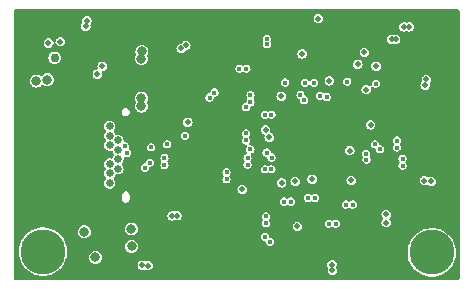
<source format=gbr>
%TF.GenerationSoftware,KiCad,Pcbnew,7.0.6*%
%TF.CreationDate,2024-03-24T10:59:23+08:00*%
%TF.ProjectId,USB3 Hub,55534233-2048-4756-922e-6b696361645f,rev?*%
%TF.SameCoordinates,Original*%
%TF.FileFunction,Copper,L2,Inr*%
%TF.FilePolarity,Positive*%
%FSLAX46Y46*%
G04 Gerber Fmt 4.6, Leading zero omitted, Abs format (unit mm)*
G04 Created by KiCad (PCBNEW 7.0.6) date 2024-03-24 10:59:23*
%MOMM*%
%LPD*%
G01*
G04 APERTURE LIST*
%TA.AperFunction,ComponentPad*%
%ADD10C,3.800000*%
%TD*%
%TA.AperFunction,ComponentPad*%
%ADD11C,0.650000*%
%TD*%
%TA.AperFunction,ComponentPad*%
%ADD12O,1.400000X0.800000*%
%TD*%
%TA.AperFunction,ViaPad*%
%ADD13C,0.500000*%
%TD*%
%TA.AperFunction,ViaPad*%
%ADD14C,0.390000*%
%TD*%
%TA.AperFunction,ViaPad*%
%ADD15C,0.450000*%
%TD*%
%TA.AperFunction,ViaPad*%
%ADD16C,0.800000*%
%TD*%
%TA.AperFunction,ViaPad*%
%ADD17C,0.750000*%
%TD*%
G04 APERTURE END LIST*
D10*
%TO.N,N/C*%
%TO.C,H1*%
X124340000Y-100800000D03*
%TD*%
%TO.N,N/C*%
%TO.C,H2*%
X157260000Y-100860000D03*
%TD*%
D11*
%TO.N,GND*%
%TO.C,J1*%
X130690000Y-95380000D03*
%TO.N,/USB_TX2+*%
X129990000Y-94980000D03*
%TO.N,/USB_TX2-*%
X129990000Y-94180000D03*
%TO.N,/5V*%
X130690000Y-93780000D03*
%TO.N,/CC2*%
X129990000Y-93380000D03*
%TO.N,/D+*%
X130690000Y-92980000D03*
%TO.N,/D-*%
X130690000Y-92180000D03*
%TO.N,unconnected-(J1-SBU2-PadB8)*%
X129990000Y-91780000D03*
%TO.N,/5V*%
X130690000Y-91380000D03*
%TO.N,/USB_RX1-*%
X129990000Y-90980000D03*
%TO.N,/USB_RX1+*%
X129990000Y-90180000D03*
%TO.N,GND*%
X130690000Y-89780000D03*
D12*
X125630000Y-88090000D03*
X130090000Y-88450000D03*
X130090000Y-96710000D03*
X125630000Y-97070000D03*
%TD*%
D13*
%TO.N,GND*%
X157940000Y-93190000D03*
X122510000Y-89090000D03*
X153067094Y-85479508D03*
X126960000Y-100500000D03*
X148370000Y-94590000D03*
X149810000Y-83527000D03*
X158900000Y-97260000D03*
X158820000Y-89330000D03*
D14*
X154350000Y-89700000D03*
D13*
X132600000Y-102769500D03*
D14*
X143260000Y-96760000D03*
D13*
X148530000Y-80960000D03*
X135365332Y-97015332D03*
X123990000Y-80840000D03*
D14*
X139760000Y-101430000D03*
X152570000Y-93990000D03*
X142441187Y-96699380D03*
X143320000Y-85660000D03*
D13*
X147470000Y-92860000D03*
X126780000Y-84130000D03*
X125060000Y-95250000D03*
X149160000Y-90230000D03*
X147450000Y-91210000D03*
X133790000Y-90670000D03*
D14*
X154400000Y-93900000D03*
D13*
X157880000Y-98220000D03*
D14*
X139080000Y-96870000D03*
D13*
X152030000Y-99370000D03*
X152110000Y-88320000D03*
X129070000Y-91990000D03*
X124390000Y-93860000D03*
X144560000Y-90250000D03*
X158370000Y-90150000D03*
X136220000Y-96850000D03*
D14*
X141350000Y-92410000D03*
D13*
X127930000Y-87210000D03*
X125140000Y-89000000D03*
X127400000Y-84090000D03*
X129550000Y-102340000D03*
D14*
X140310000Y-85860000D03*
D13*
X145420000Y-89340000D03*
X122500000Y-91840000D03*
X149110000Y-92040000D03*
D14*
X144250000Y-96240000D03*
D13*
X157850000Y-83510000D03*
X154650000Y-88800000D03*
D14*
X154690000Y-92360000D03*
D13*
X149140000Y-91170000D03*
X130010000Y-86990000D03*
X127960000Y-83390000D03*
X126730000Y-83480000D03*
X148340000Y-90230000D03*
X145020000Y-82870000D03*
D14*
X141810000Y-100080000D03*
D13*
X134340000Y-91080000D03*
X126180000Y-91730000D03*
X146500000Y-92000000D03*
D14*
X145730220Y-96204502D03*
D13*
X136690000Y-86130000D03*
D14*
X150990000Y-98510000D03*
D13*
X157520000Y-82550000D03*
X132990000Y-95190000D03*
D15*
X137970000Y-94400000D03*
D14*
X137720000Y-101430000D03*
D13*
X127400000Y-92760000D03*
X159090000Y-102630000D03*
X126170000Y-102690000D03*
X127980000Y-84070000D03*
D14*
X139390000Y-94950000D03*
X136780000Y-101180000D03*
D13*
X144000000Y-94420000D03*
D14*
X137690000Y-85090000D03*
D13*
X154017091Y-84644366D03*
D14*
X138710000Y-100190000D03*
X148300000Y-97710000D03*
D13*
X132970000Y-80870000D03*
X148280000Y-92010000D03*
X146580000Y-93640000D03*
X144190000Y-84584500D03*
X149040000Y-89440000D03*
X156810000Y-98180000D03*
X126430000Y-80840000D03*
X133610000Y-92630000D03*
X137420000Y-89920000D03*
D14*
X138870000Y-101410000D03*
D13*
X147420000Y-92050000D03*
X153430000Y-101000000D03*
X143430000Y-94950000D03*
D14*
X153690000Y-90190000D03*
D15*
X145400000Y-88520000D03*
D13*
X133460500Y-98619656D03*
X126840000Y-84710000D03*
D14*
X154660000Y-90770000D03*
D13*
X145630000Y-92810000D03*
X150990000Y-102390000D03*
X128870000Y-97400000D03*
D14*
X141520000Y-101400000D03*
X139310000Y-98390000D03*
X153180000Y-90700000D03*
D13*
X130910000Y-80940000D03*
X122449810Y-97285938D03*
D14*
X139477005Y-100131721D03*
D13*
X135540000Y-100680000D03*
X136010000Y-87990000D03*
X122470000Y-95820000D03*
D15*
X146850000Y-88890000D03*
D13*
X148520000Y-93610000D03*
X149790000Y-102420000D03*
D14*
X140830000Y-96740000D03*
D13*
X145630000Y-91250000D03*
X127920000Y-84750000D03*
D14*
X143240000Y-100770000D03*
D13*
X141520000Y-80750000D03*
D14*
X140640000Y-101420000D03*
D13*
X150350000Y-100380000D03*
D14*
X146550000Y-96930000D03*
D13*
X122700000Y-80980000D03*
X137040000Y-84260000D03*
X126080000Y-82390000D03*
D14*
X138170000Y-88230000D03*
D13*
X130310000Y-83510000D03*
D14*
X149640000Y-98640000D03*
D13*
X135770000Y-80660000D03*
X158810000Y-91130000D03*
D15*
X147100000Y-88060000D03*
D13*
X146560000Y-92850000D03*
X155350000Y-102670000D03*
X149110000Y-92850000D03*
X159010000Y-84120000D03*
D14*
X139790000Y-97800000D03*
D13*
X131310000Y-83150000D03*
D14*
X140350000Y-92180000D03*
D13*
X147439502Y-84470000D03*
X122360000Y-85850000D03*
X125220000Y-98390000D03*
D14*
X137730000Y-87030000D03*
X141420000Y-87300000D03*
X138330000Y-97590000D03*
D13*
X147370000Y-90230000D03*
D14*
X142410000Y-99680000D03*
D13*
X126800000Y-98080000D03*
D14*
X140340000Y-85210000D03*
X139430000Y-93770000D03*
X139230000Y-86070000D03*
D13*
X133840000Y-84570000D03*
X145660000Y-92070000D03*
D14*
X141310000Y-93850000D03*
D13*
X145430000Y-90270000D03*
X136250000Y-92320000D03*
X126760000Y-101600000D03*
X144300000Y-101160000D03*
D14*
X151890000Y-91980000D03*
D13*
X155840000Y-80970500D03*
D14*
X140270000Y-100080000D03*
D15*
X147560000Y-93780000D03*
D14*
X140010000Y-96700000D03*
D13*
X140400000Y-89660000D03*
X147450000Y-89420000D03*
X152430000Y-96660000D03*
D14*
X147940000Y-98270000D03*
X152590000Y-95470000D03*
D13*
X131300000Y-95310000D03*
X126420000Y-99270000D03*
X150310000Y-80790000D03*
X135500000Y-90830000D03*
D14*
X143130000Y-98980000D03*
D13*
X150470000Y-88000000D03*
D14*
X154800000Y-91150000D03*
D13*
X147000000Y-98470000D03*
X138090000Y-80890000D03*
D14*
X139090000Y-88510000D03*
D13*
X153840000Y-86080000D03*
X138920000Y-80930000D03*
X149840000Y-84690000D03*
X131440000Y-86860000D03*
X150210000Y-91240000D03*
X149094664Y-88791032D03*
D14*
X144000000Y-100430000D03*
D13*
X155990000Y-97720000D03*
X148320000Y-88780000D03*
D14*
X141070000Y-100050000D03*
D13*
X122570000Y-87540000D03*
X155411032Y-88169896D03*
X127380000Y-83490000D03*
X158800000Y-95520000D03*
X146480000Y-91230000D03*
X127320000Y-84960000D03*
D15*
X137440000Y-94960000D03*
D13*
X122510000Y-93260000D03*
X122400000Y-84470000D03*
D14*
X143960000Y-93300000D03*
D13*
X150230000Y-90070000D03*
X152270000Y-97990000D03*
D14*
X140930000Y-86510000D03*
D13*
X158900000Y-87890000D03*
X148300000Y-89440000D03*
X122530000Y-90510000D03*
X131140000Y-102720000D03*
X154570000Y-101550000D03*
X122450000Y-82260000D03*
X159010000Y-98870000D03*
X154550000Y-100290000D03*
D14*
X152580000Y-91190000D03*
X143910000Y-96740000D03*
D13*
X127650000Y-88770000D03*
D14*
X143980000Y-89740000D03*
X140170000Y-88940000D03*
X150850000Y-96170000D03*
X141950000Y-85700000D03*
D13*
X143560000Y-80910000D03*
X122560000Y-94710000D03*
X148310000Y-91200000D03*
X155360000Y-98950000D03*
X149590000Y-81030000D03*
X152670000Y-80910000D03*
D14*
X141030000Y-91640000D03*
D13*
X136310000Y-100670000D03*
X158780000Y-92640000D03*
D14*
X142620000Y-101330000D03*
D13*
X152880000Y-102400000D03*
D14*
X151800000Y-95480000D03*
D13*
X122470000Y-102490000D03*
X155940000Y-96330000D03*
D14*
X139290000Y-85410000D03*
D13*
X122580000Y-98980000D03*
X146230000Y-89360000D03*
X149820000Y-93080000D03*
D14*
X137880000Y-100190000D03*
D13*
X158750000Y-85630000D03*
X146140000Y-81060500D03*
X148800000Y-100420000D03*
X129120000Y-93540000D03*
D14*
X140550000Y-87020000D03*
X137730000Y-98240000D03*
D13*
X158930000Y-86840000D03*
X134340000Y-88610000D03*
X125140000Y-90520000D03*
X128160000Y-102580000D03*
X134990000Y-85040000D03*
D15*
X145710000Y-93660000D03*
D13*
X144700000Y-91200000D03*
D14*
X151180000Y-96780000D03*
D13*
X133580000Y-82690000D03*
X127190000Y-90290000D03*
X154130000Y-80950000D03*
X146360000Y-90230000D03*
X140550000Y-95010000D03*
D14*
X139210000Y-86860000D03*
D13*
X123710000Y-98360000D03*
D14*
X141580000Y-96730000D03*
D13*
X148340000Y-92830000D03*
X126820500Y-95750000D03*
X126810000Y-96600000D03*
D14*
X150680000Y-97830000D03*
X145590000Y-85190000D03*
D13*
X158140000Y-80830000D03*
X144520000Y-89340000D03*
D14*
X139720000Y-88380000D03*
D13*
X134930000Y-86950000D03*
D14*
X138850000Y-85070000D03*
X142690000Y-85960000D03*
D13*
%TO.N,/5V*%
X136610000Y-89840000D03*
D16*
X132710000Y-83840000D03*
D13*
X133230000Y-101980000D03*
X132750000Y-101960000D03*
X153400000Y-97650000D03*
X153850000Y-82820000D03*
X148810000Y-101900000D03*
D16*
X132670000Y-88480000D03*
D17*
X125322858Y-84391680D03*
D13*
X148840000Y-102380000D03*
D16*
X132670000Y-87790000D03*
D13*
X136430000Y-83340000D03*
X128940000Y-85780000D03*
D16*
X132670000Y-84460000D03*
D13*
X154202500Y-82827500D03*
X125820000Y-83020000D03*
X153400000Y-98340000D03*
X136050000Y-83590000D03*
%TO.N,/3.3V*%
X148583173Y-86344500D03*
D16*
X131820000Y-98870000D03*
X123770000Y-86350000D03*
D13*
X151700000Y-87080000D03*
X144510000Y-87640000D03*
D16*
X127830000Y-99120000D03*
X124700000Y-86250000D03*
D13*
X151560000Y-83930000D03*
%TO.N,Net-(U3-FB1)*%
X129350000Y-85090000D03*
%TO.N,Net-(U3-FB2)*%
X124805000Y-83130000D03*
%TO.N,/1.2V*%
X127970000Y-81700000D03*
X155360000Y-81770000D03*
X128050000Y-81250000D03*
X154910000Y-81770000D03*
D14*
X147300000Y-86490000D03*
D13*
X152080000Y-90060000D03*
D14*
%TO.N,/TX+*%
X143271403Y-92411403D03*
X141660000Y-92865000D03*
X143271403Y-92411403D03*
%TO.N,/TX-*%
X141660000Y-93455000D03*
X143688597Y-92828597D03*
X143688597Y-92828597D03*
%TO.N,/D_TX_1-*%
X138858597Y-87331403D03*
X141910000Y-87545000D03*
%TO.N,/D_TX_1+*%
X141910000Y-88135000D03*
X138441403Y-87748597D03*
%TO.N,/D_TX_4-*%
X143250000Y-97800000D03*
X144735000Y-96560000D03*
%TO.N,/D_TX_4+*%
X143250000Y-98390000D03*
X145325000Y-96560000D03*
D13*
%TO.N,Net-(D10-A1)*%
X157210000Y-94850000D03*
X156640000Y-94780000D03*
%TO.N,Net-(D11-A1)*%
X145880000Y-98660000D03*
D14*
%TO.N,/CC1*%
X131300000Y-91890000D03*
X134870000Y-91720000D03*
X133470000Y-91960000D03*
%TO.N,/D+*%
X131440000Y-92440000D03*
X141520000Y-90795000D03*
%TO.N,/D-*%
X141520000Y-91385000D03*
%TO.N,/USB_TX2+*%
X134620000Y-93465000D03*
%TO.N,/USB_TX2-*%
X134620000Y-92875000D03*
%TO.N,/CC2*%
X136360000Y-91000000D03*
%TO.N,/USB_RX1-*%
X132961403Y-93678597D03*
%TO.N,/USB_RX1+*%
X133378597Y-93261403D03*
%TO.N,/D_RX_2-*%
X154290000Y-91985000D03*
X152878597Y-92128597D03*
%TO.N,/D_RX_2+*%
X152461403Y-91711403D03*
X154290000Y-91395000D03*
%TO.N,/D_RX_3-*%
X149975000Y-96810000D03*
X148535000Y-98427590D03*
%TO.N,/D_RX_3+*%
X149125000Y-98427590D03*
X150565000Y-96810000D03*
%TO.N,Net-(U2-RESETJ)*%
X146460000Y-87970000D03*
%TO.N,Net-(U2-CHIPEN)*%
X148360000Y-87700000D03*
%TO.N,Net-(U2-RTERM)*%
X147820000Y-87600000D03*
%TO.N,Net-(U2-PGANG)*%
X144843760Y-86480303D03*
%TO.N,Net-(U2-VDDP)*%
X150110341Y-86415918D03*
%TO.N,Net-(U4-HOLD)*%
X152508368Y-86579500D03*
%TO.N,/RX-*%
X139880000Y-94675000D03*
X143680000Y-93830000D03*
%TO.N,/RX+*%
X143135000Y-93820000D03*
X139880000Y-94085000D03*
%TO.N,/SPI_DO*%
X146530000Y-86510000D03*
%TO.N,/SPI_CLK*%
X146140000Y-87530000D03*
D13*
%TO.N,/SPI_DI*%
X152540000Y-85100000D03*
%TO.N,/SPI_CS*%
X150996371Y-84930495D03*
D14*
%TO.N,/DP4_P*%
X146775000Y-96260000D03*
X143161403Y-99551403D03*
%TO.N,/DP2_P*%
X154780000Y-92925000D03*
X151730000Y-93000000D03*
%TO.N,/DP1_P*%
X143125000Y-89200000D03*
X140975000Y-85310000D03*
%TO.N,/DP1_N*%
X141565000Y-85310000D03*
X143680000Y-89200000D03*
%TO.N,/DP2_N*%
X154780000Y-93515000D03*
X151700000Y-92510000D03*
%TO.N,/DP4_N*%
X147365000Y-96260000D03*
X143578597Y-99968597D03*
D16*
%TO.N,/A3.3V*%
X128770000Y-101280000D03*
D13*
X141210000Y-95530000D03*
X143189078Y-90496831D03*
X150310000Y-92240000D03*
X147120000Y-94660000D03*
D16*
X131850000Y-100360000D03*
D13*
%TO.N,/X1*%
X147650000Y-81060500D03*
%TO.N,/X2*%
X146280000Y-84060000D03*
%TO.N,/A1.2V*%
X143500000Y-91120000D03*
X144550000Y-94964750D03*
X150440000Y-94770000D03*
D14*
X141520000Y-88560000D03*
D13*
X156700000Y-86690000D03*
X145700000Y-94860000D03*
D14*
X141900000Y-92130000D03*
D13*
X156810000Y-86220000D03*
%TO.N,Net-(D12-A1)*%
X135280000Y-97770000D03*
X135674419Y-97754916D03*
D14*
%TO.N,Net-(D13-A1)*%
X143300000Y-82800000D03*
X143310000Y-83240000D03*
%TD*%
%TA.AperFunction,Conductor*%
%TO.N,GND*%
G36*
X159552539Y-80315185D02*
G01*
X159598294Y-80367989D01*
X159609500Y-80419500D01*
X159609500Y-103060500D01*
X159589815Y-103127539D01*
X159537011Y-103173294D01*
X159485500Y-103184500D01*
X121974500Y-103184500D01*
X121907461Y-103164815D01*
X121861706Y-103112011D01*
X121850500Y-103060500D01*
X121850500Y-100800000D01*
X122284709Y-100800000D01*
X122303851Y-101079862D01*
X122303852Y-101079864D01*
X122360921Y-101354499D01*
X122360926Y-101354516D01*
X122446165Y-101594353D01*
X122454864Y-101618830D01*
X122583919Y-101867896D01*
X122745688Y-102097069D01*
X122745692Y-102097073D01*
X122745692Y-102097074D01*
X122892903Y-102254699D01*
X122937155Y-102302081D01*
X123154754Y-102479111D01*
X123154756Y-102479112D01*
X123154757Y-102479113D01*
X123394433Y-102624863D01*
X123585950Y-102708050D01*
X123651725Y-102736620D01*
X123921839Y-102812303D01*
X124166159Y-102845884D01*
X124199741Y-102850500D01*
X124199742Y-102850500D01*
X124480259Y-102850500D01*
X124510219Y-102846381D01*
X124758161Y-102812303D01*
X125028275Y-102736620D01*
X125285568Y-102624862D01*
X125525246Y-102479111D01*
X125742845Y-102302081D01*
X125934312Y-102097069D01*
X126031064Y-101960003D01*
X132344508Y-101960003D01*
X132364352Y-102085300D01*
X132364352Y-102085301D01*
X132378539Y-102113143D01*
X132421950Y-102198342D01*
X132421952Y-102198344D01*
X132421954Y-102198347D01*
X132511652Y-102288045D01*
X132511654Y-102288046D01*
X132511658Y-102288050D01*
X132624696Y-102345646D01*
X132624697Y-102345646D01*
X132624699Y-102345647D01*
X132749997Y-102365492D01*
X132750000Y-102365492D01*
X132750003Y-102365492D01*
X132875300Y-102345647D01*
X132875301Y-102345646D01*
X132875304Y-102345646D01*
X132914079Y-102325888D01*
X132982745Y-102312992D01*
X133026665Y-102325887D01*
X133104696Y-102365646D01*
X133104697Y-102365646D01*
X133104699Y-102365647D01*
X133229997Y-102385492D01*
X133230000Y-102385492D01*
X133230003Y-102385492D01*
X133355300Y-102365647D01*
X133355301Y-102365647D01*
X133355302Y-102365646D01*
X133355304Y-102365646D01*
X133468342Y-102308050D01*
X133558050Y-102218342D01*
X133615646Y-102105304D01*
X133615646Y-102105302D01*
X133615647Y-102105301D01*
X133615647Y-102105300D01*
X133635492Y-101980003D01*
X133635492Y-101979996D01*
X133622822Y-101900003D01*
X148404508Y-101900003D01*
X148424352Y-102025300D01*
X148424353Y-102025303D01*
X148424354Y-102025304D01*
X148469111Y-102113144D01*
X148482007Y-102181812D01*
X148469112Y-102225731D01*
X148454353Y-102254697D01*
X148454352Y-102254699D01*
X148434508Y-102379996D01*
X148434508Y-102380003D01*
X148454352Y-102505300D01*
X148454352Y-102505301D01*
X148454354Y-102505304D01*
X148511950Y-102618342D01*
X148511952Y-102618344D01*
X148511954Y-102618347D01*
X148601652Y-102708045D01*
X148601654Y-102708046D01*
X148601658Y-102708050D01*
X148714696Y-102765646D01*
X148714697Y-102765646D01*
X148714699Y-102765647D01*
X148839997Y-102785492D01*
X148840000Y-102785492D01*
X148840003Y-102785492D01*
X148965300Y-102765647D01*
X148965301Y-102765647D01*
X148965302Y-102765646D01*
X148965304Y-102765646D01*
X149078342Y-102708050D01*
X149168050Y-102618342D01*
X149225646Y-102505304D01*
X149225646Y-102505302D01*
X149225647Y-102505301D01*
X149225647Y-102505300D01*
X149245492Y-102380003D01*
X149245492Y-102379996D01*
X149225647Y-102254699D01*
X149225647Y-102254698D01*
X149225646Y-102254696D01*
X149180887Y-102166853D01*
X149167992Y-102098186D01*
X149180888Y-102054266D01*
X149195646Y-102025304D01*
X149202821Y-101980003D01*
X149215492Y-101900003D01*
X149215492Y-101899996D01*
X149195647Y-101774699D01*
X149195647Y-101774698D01*
X149188597Y-101760862D01*
X149138050Y-101661658D01*
X149138046Y-101661654D01*
X149138045Y-101661652D01*
X149048347Y-101571954D01*
X149048344Y-101571952D01*
X149048342Y-101571950D01*
X148935304Y-101514354D01*
X148935303Y-101514353D01*
X148935300Y-101514352D01*
X148810003Y-101494508D01*
X148809997Y-101494508D01*
X148684699Y-101514352D01*
X148684698Y-101514352D01*
X148609337Y-101552751D01*
X148571658Y-101571950D01*
X148571656Y-101571951D01*
X148571657Y-101571951D01*
X148571652Y-101571954D01*
X148481954Y-101661652D01*
X148481951Y-101661657D01*
X148481950Y-101661658D01*
X148462751Y-101699337D01*
X148424352Y-101774698D01*
X148424352Y-101774699D01*
X148404508Y-101899996D01*
X148404508Y-101900003D01*
X133622822Y-101900003D01*
X133615647Y-101854699D01*
X133615647Y-101854698D01*
X133615646Y-101854696D01*
X133558050Y-101741658D01*
X133558046Y-101741654D01*
X133558045Y-101741652D01*
X133468347Y-101651954D01*
X133468344Y-101651952D01*
X133468342Y-101651950D01*
X133355304Y-101594354D01*
X133355303Y-101594353D01*
X133355300Y-101594352D01*
X133230003Y-101574508D01*
X133229998Y-101574508D01*
X133104699Y-101594352D01*
X133104698Y-101594353D01*
X133065918Y-101614112D01*
X132997248Y-101627007D01*
X132953332Y-101614111D01*
X132875304Y-101574354D01*
X132875303Y-101574353D01*
X132875300Y-101574352D01*
X132750003Y-101554508D01*
X132749997Y-101554508D01*
X132624699Y-101574352D01*
X132624698Y-101574352D01*
X132549337Y-101612751D01*
X132511658Y-101631950D01*
X132511656Y-101631951D01*
X132511657Y-101631951D01*
X132511652Y-101631954D01*
X132421954Y-101721652D01*
X132421951Y-101721657D01*
X132421950Y-101721658D01*
X132402751Y-101759337D01*
X132364352Y-101834698D01*
X132364352Y-101834699D01*
X132344508Y-101959996D01*
X132344508Y-101960003D01*
X126031064Y-101960003D01*
X126096081Y-101867896D01*
X126225136Y-101618830D01*
X126319075Y-101354511D01*
X126319076Y-101354504D01*
X126319078Y-101354499D01*
X126334559Y-101280000D01*
X128214750Y-101280000D01*
X128232457Y-101414499D01*
X128233670Y-101423708D01*
X128233671Y-101423712D01*
X128289137Y-101557622D01*
X128289138Y-101557624D01*
X128289139Y-101557625D01*
X128377379Y-101672621D01*
X128492375Y-101760861D01*
X128626291Y-101816330D01*
X128753280Y-101833048D01*
X128769999Y-101835250D01*
X128770000Y-101835250D01*
X128770001Y-101835250D01*
X128784977Y-101833278D01*
X128913709Y-101816330D01*
X129047625Y-101760861D01*
X129162621Y-101672621D01*
X129250861Y-101557625D01*
X129306330Y-101423709D01*
X129325250Y-101280000D01*
X129306330Y-101136291D01*
X129250861Y-101002375D01*
X129162621Y-100887379D01*
X129047625Y-100799139D01*
X129047624Y-100799138D01*
X129047622Y-100799137D01*
X128913712Y-100743671D01*
X128913710Y-100743670D01*
X128913709Y-100743670D01*
X128841854Y-100734210D01*
X128770001Y-100724750D01*
X128769999Y-100724750D01*
X128626291Y-100743670D01*
X128626287Y-100743671D01*
X128492377Y-100799137D01*
X128377379Y-100887379D01*
X128289137Y-101002377D01*
X128233671Y-101136287D01*
X128233670Y-101136291D01*
X128214750Y-101280000D01*
X126334559Y-101280000D01*
X126363679Y-101139864D01*
X126376148Y-101079862D01*
X126395291Y-100800000D01*
X126376148Y-100520138D01*
X126342871Y-100360000D01*
X131294750Y-100360000D01*
X131313670Y-100503708D01*
X131313671Y-100503712D01*
X131369137Y-100637622D01*
X131369138Y-100637624D01*
X131369139Y-100637625D01*
X131457379Y-100752621D01*
X131572375Y-100840861D01*
X131706291Y-100896330D01*
X131833280Y-100913048D01*
X131849999Y-100915250D01*
X131850000Y-100915250D01*
X131850001Y-100915250D01*
X131864977Y-100913278D01*
X131993709Y-100896330D01*
X132081419Y-100860000D01*
X155204709Y-100860000D01*
X155223851Y-101139862D01*
X155223852Y-101139864D01*
X155280921Y-101414499D01*
X155280926Y-101414516D01*
X155368761Y-101661658D01*
X155374864Y-101678830D01*
X155503919Y-101927896D01*
X155665688Y-102157069D01*
X155665692Y-102157073D01*
X155665692Y-102157074D01*
X155788013Y-102288048D01*
X155857155Y-102362081D01*
X156074754Y-102539111D01*
X156074756Y-102539112D01*
X156074757Y-102539113D01*
X156314433Y-102684863D01*
X156500418Y-102765647D01*
X156571725Y-102796620D01*
X156841839Y-102872303D01*
X157086159Y-102905884D01*
X157119741Y-102910500D01*
X157119742Y-102910500D01*
X157400259Y-102910500D01*
X157430219Y-102906381D01*
X157678161Y-102872303D01*
X157948275Y-102796620D01*
X158205568Y-102684862D01*
X158445246Y-102539111D01*
X158662845Y-102362081D01*
X158854312Y-102157069D01*
X159016081Y-101927896D01*
X159145136Y-101678830D01*
X159239075Y-101414511D01*
X159239076Y-101414504D01*
X159239078Y-101414499D01*
X159267027Y-101279999D01*
X159296148Y-101139862D01*
X159315291Y-100860000D01*
X159296148Y-100580138D01*
X159250403Y-100360000D01*
X159239078Y-100305500D01*
X159239073Y-100305483D01*
X159145136Y-100041171D01*
X159145136Y-100041170D01*
X159016081Y-99792104D01*
X158854312Y-99562931D01*
X158854307Y-99562925D01*
X158662845Y-99357919D01*
X158445242Y-99180886D01*
X158205566Y-99035136D01*
X157948276Y-98923380D01*
X157678166Y-98847698D01*
X157678162Y-98847697D01*
X157678161Y-98847697D01*
X157539209Y-98828598D01*
X157400259Y-98809500D01*
X157400258Y-98809500D01*
X157119742Y-98809500D01*
X157119741Y-98809500D01*
X156841839Y-98847697D01*
X156841833Y-98847698D01*
X156571723Y-98923380D01*
X156314433Y-99035136D01*
X156074757Y-99180886D01*
X155857154Y-99357919D01*
X155665692Y-99562925D01*
X155665692Y-99562926D01*
X155665689Y-99562928D01*
X155665688Y-99562931D01*
X155600982Y-99654597D01*
X155503919Y-99792103D01*
X155374863Y-100041171D01*
X155280926Y-100305483D01*
X155280921Y-100305500D01*
X155223852Y-100580135D01*
X155223851Y-100580137D01*
X155204709Y-100860000D01*
X132081419Y-100860000D01*
X132127625Y-100840861D01*
X132242621Y-100752621D01*
X132330861Y-100637625D01*
X132386330Y-100503709D01*
X132405250Y-100360000D01*
X132386330Y-100216291D01*
X132333435Y-100088590D01*
X132330862Y-100082377D01*
X132330861Y-100082376D01*
X132330861Y-100082375D01*
X132242621Y-99967379D01*
X132127625Y-99879139D01*
X132127624Y-99879138D01*
X132127622Y-99879137D01*
X131993712Y-99823671D01*
X131993710Y-99823670D01*
X131993709Y-99823670D01*
X131921854Y-99814210D01*
X131850001Y-99804750D01*
X131849999Y-99804750D01*
X131706291Y-99823670D01*
X131706287Y-99823671D01*
X131572377Y-99879137D01*
X131457379Y-99967379D01*
X131369137Y-100082377D01*
X131313671Y-100216287D01*
X131313670Y-100216291D01*
X131294750Y-100359999D01*
X131294750Y-100360000D01*
X126342871Y-100360000D01*
X126333332Y-100314096D01*
X126319078Y-100245500D01*
X126319073Y-100245483D01*
X126225136Y-99981171D01*
X126225136Y-99981170D01*
X126096081Y-99732104D01*
X125934312Y-99502931D01*
X125934307Y-99502925D01*
X125742845Y-99297919D01*
X125525242Y-99120886D01*
X125523785Y-99120000D01*
X127274750Y-99120000D01*
X127291545Y-99247572D01*
X127293670Y-99263708D01*
X127293671Y-99263712D01*
X127349137Y-99397622D01*
X127349138Y-99397624D01*
X127349139Y-99397625D01*
X127437379Y-99512621D01*
X127552375Y-99600861D01*
X127552376Y-99600861D01*
X127552377Y-99600862D01*
X127597013Y-99619350D01*
X127686291Y-99656330D01*
X127800727Y-99671396D01*
X127829999Y-99675250D01*
X127830000Y-99675250D01*
X127830001Y-99675250D01*
X127859273Y-99671396D01*
X127973709Y-99656330D01*
X128107625Y-99600861D01*
X128172080Y-99551403D01*
X142810573Y-99551403D01*
X142831730Y-99671391D01*
X142831732Y-99671396D01*
X142892649Y-99776908D01*
X142892651Y-99776910D01*
X142892652Y-99776912D01*
X142985988Y-99855231D01*
X142985992Y-99855232D01*
X142985993Y-99855233D01*
X143051675Y-99879139D01*
X143100482Y-99896903D01*
X143100484Y-99896903D01*
X143111077Y-99896903D01*
X143178116Y-99916588D01*
X143223871Y-99969392D01*
X143233193Y-99999370D01*
X143248924Y-100088585D01*
X143248926Y-100088590D01*
X143309843Y-100194102D01*
X143309845Y-100194104D01*
X143309846Y-100194106D01*
X143403182Y-100272425D01*
X143403186Y-100272426D01*
X143403187Y-100272427D01*
X143517673Y-100314096D01*
X143517676Y-100314097D01*
X143517678Y-100314097D01*
X143639516Y-100314097D01*
X143639518Y-100314097D01*
X143754012Y-100272425D01*
X143847348Y-100194106D01*
X143908269Y-100088588D01*
X143929427Y-99968597D01*
X143908269Y-99848606D01*
X143875647Y-99792103D01*
X143847350Y-99743091D01*
X143847345Y-99743085D01*
X143754013Y-99664770D01*
X143754012Y-99664769D01*
X143754009Y-99664768D01*
X143754006Y-99664766D01*
X143639520Y-99623097D01*
X143639518Y-99623097D01*
X143628923Y-99623097D01*
X143561884Y-99603412D01*
X143516129Y-99550608D01*
X143506807Y-99520630D01*
X143491075Y-99431414D01*
X143491075Y-99431412D01*
X143430154Y-99325894D01*
X143430152Y-99325892D01*
X143430151Y-99325891D01*
X143336819Y-99247576D01*
X143336818Y-99247575D01*
X143336815Y-99247574D01*
X143336812Y-99247572D01*
X143222326Y-99205903D01*
X143222324Y-99205903D01*
X143100482Y-99205903D01*
X143100479Y-99205903D01*
X142985993Y-99247572D01*
X142985986Y-99247576D01*
X142892654Y-99325891D01*
X142892649Y-99325897D01*
X142831732Y-99431409D01*
X142831730Y-99431414D01*
X142810573Y-99551402D01*
X142810573Y-99551403D01*
X128172080Y-99551403D01*
X128222621Y-99512621D01*
X128310861Y-99397625D01*
X128366330Y-99263709D01*
X128385250Y-99120000D01*
X128366330Y-98976291D01*
X128329350Y-98887013D01*
X128322303Y-98870000D01*
X131264750Y-98870000D01*
X131283670Y-99013708D01*
X131283671Y-99013712D01*
X131339137Y-99147622D01*
X131339138Y-99147624D01*
X131339139Y-99147625D01*
X131427379Y-99262621D01*
X131542375Y-99350861D01*
X131676291Y-99406330D01*
X131803280Y-99423048D01*
X131819999Y-99425250D01*
X131820000Y-99425250D01*
X131820001Y-99425250D01*
X131834977Y-99423278D01*
X131963709Y-99406330D01*
X132097625Y-99350861D01*
X132212621Y-99262621D01*
X132300861Y-99147625D01*
X132356330Y-99013709D01*
X132375250Y-98870000D01*
X132374378Y-98863380D01*
X132367285Y-98809500D01*
X132356330Y-98726291D01*
X132310442Y-98615505D01*
X132300862Y-98592377D01*
X132300861Y-98592376D01*
X132300861Y-98592375D01*
X132212621Y-98477379D01*
X132098747Y-98390000D01*
X142899170Y-98390000D01*
X142920327Y-98509988D01*
X142920329Y-98509993D01*
X142981246Y-98615505D01*
X142981248Y-98615507D01*
X142981249Y-98615509D01*
X143074585Y-98693828D01*
X143074589Y-98693829D01*
X143074590Y-98693830D01*
X143177869Y-98731420D01*
X143189079Y-98735500D01*
X143189081Y-98735500D01*
X143310919Y-98735500D01*
X143310921Y-98735500D01*
X143425415Y-98693828D01*
X143465726Y-98660003D01*
X145474508Y-98660003D01*
X145494352Y-98785300D01*
X145494352Y-98785301D01*
X145512805Y-98821517D01*
X145551950Y-98898342D01*
X145551952Y-98898344D01*
X145551954Y-98898347D01*
X145641652Y-98988045D01*
X145641654Y-98988046D01*
X145641658Y-98988050D01*
X145754696Y-99045646D01*
X145754697Y-99045646D01*
X145754699Y-99045647D01*
X145879997Y-99065492D01*
X145880000Y-99065492D01*
X145880003Y-99065492D01*
X146005300Y-99045647D01*
X146005301Y-99045647D01*
X146005302Y-99045646D01*
X146005304Y-99045646D01*
X146118342Y-98988050D01*
X146208050Y-98898342D01*
X146265646Y-98785304D01*
X146265646Y-98785302D01*
X146265647Y-98785301D01*
X146265647Y-98785300D01*
X146285492Y-98660003D01*
X146285492Y-98659996D01*
X146265647Y-98534699D01*
X146265647Y-98534698D01*
X146253058Y-98509991D01*
X146211073Y-98427590D01*
X148184170Y-98427590D01*
X148205327Y-98547578D01*
X148205329Y-98547583D01*
X148266246Y-98653095D01*
X148266251Y-98653101D01*
X148299477Y-98680981D01*
X148359585Y-98731418D01*
X148359589Y-98731419D01*
X148359590Y-98731420D01*
X148370800Y-98735500D01*
X148474079Y-98773090D01*
X148474081Y-98773090D01*
X148595919Y-98773090D01*
X148595921Y-98773090D01*
X148710415Y-98731418D01*
X148750295Y-98697953D01*
X148814301Y-98669942D01*
X148883293Y-98680981D01*
X148909701Y-98697951D01*
X148949585Y-98731418D01*
X148949588Y-98731419D01*
X148949590Y-98731420D01*
X148960800Y-98735500D01*
X149064079Y-98773090D01*
X149064081Y-98773090D01*
X149185919Y-98773090D01*
X149185921Y-98773090D01*
X149300415Y-98731418D01*
X149393751Y-98653099D01*
X149454672Y-98547581D01*
X149475830Y-98427590D01*
X149460386Y-98340003D01*
X152994508Y-98340003D01*
X153014352Y-98465300D01*
X153014352Y-98465301D01*
X153032805Y-98501517D01*
X153071950Y-98578342D01*
X153071952Y-98578344D01*
X153071954Y-98578347D01*
X153161652Y-98668045D01*
X153161654Y-98668046D01*
X153161658Y-98668050D01*
X153274696Y-98725646D01*
X153274697Y-98725646D01*
X153274699Y-98725647D01*
X153399997Y-98745492D01*
X153400000Y-98745492D01*
X153400003Y-98745492D01*
X153525300Y-98725647D01*
X153525301Y-98725647D01*
X153525302Y-98725646D01*
X153525304Y-98725646D01*
X153638342Y-98668050D01*
X153728050Y-98578342D01*
X153785646Y-98465304D01*
X153785646Y-98465302D01*
X153785647Y-98465301D01*
X153785647Y-98465300D01*
X153805492Y-98340003D01*
X153805492Y-98339996D01*
X153785647Y-98214699D01*
X153785647Y-98214698D01*
X153779217Y-98202078D01*
X153728050Y-98101658D01*
X153709072Y-98082680D01*
X153675588Y-98021360D01*
X153680571Y-97951669D01*
X153709072Y-97907319D01*
X153728050Y-97888342D01*
X153785646Y-97775304D01*
X153785646Y-97775302D01*
X153785647Y-97775301D01*
X153785647Y-97775300D01*
X153805492Y-97650003D01*
X153805492Y-97649996D01*
X153785647Y-97524699D01*
X153785647Y-97524698D01*
X153785646Y-97524696D01*
X153728050Y-97411658D01*
X153728046Y-97411654D01*
X153728045Y-97411652D01*
X153638347Y-97321954D01*
X153638344Y-97321952D01*
X153638342Y-97321950D01*
X153525304Y-97264354D01*
X153525303Y-97264353D01*
X153525300Y-97264352D01*
X153400003Y-97244508D01*
X153399997Y-97244508D01*
X153274699Y-97264352D01*
X153274698Y-97264352D01*
X153199337Y-97302751D01*
X153161658Y-97321950D01*
X153161657Y-97321950D01*
X153161657Y-97321951D01*
X153161652Y-97321954D01*
X153071954Y-97411652D01*
X153071951Y-97411657D01*
X153071950Y-97411658D01*
X153064201Y-97426866D01*
X153014352Y-97524698D01*
X153014352Y-97524699D01*
X152994508Y-97649996D01*
X152994508Y-97650003D01*
X153014352Y-97775300D01*
X153014352Y-97775301D01*
X153014354Y-97775304D01*
X153071950Y-97888342D01*
X153071952Y-97888344D01*
X153071954Y-97888347D01*
X153090926Y-97907319D01*
X153124411Y-97968642D01*
X153119427Y-98038334D01*
X153090926Y-98082681D01*
X153071954Y-98101652D01*
X153071951Y-98101657D01*
X153071950Y-98101658D01*
X153060687Y-98123763D01*
X153014352Y-98214698D01*
X153014352Y-98214699D01*
X152994508Y-98339996D01*
X152994508Y-98340003D01*
X149460386Y-98340003D01*
X149454672Y-98307599D01*
X149401036Y-98214699D01*
X149393753Y-98202084D01*
X149393748Y-98202078D01*
X149300416Y-98123763D01*
X149300415Y-98123762D01*
X149300412Y-98123761D01*
X149300409Y-98123759D01*
X149185923Y-98082090D01*
X149185921Y-98082090D01*
X149064079Y-98082090D01*
X149064076Y-98082090D01*
X148949590Y-98123759D01*
X148949583Y-98123763D01*
X148909705Y-98157225D01*
X148845697Y-98185237D01*
X148776705Y-98174198D01*
X148750295Y-98157225D01*
X148710416Y-98123763D01*
X148710415Y-98123762D01*
X148710412Y-98123761D01*
X148710409Y-98123759D01*
X148595923Y-98082090D01*
X148595921Y-98082090D01*
X148474079Y-98082090D01*
X148474076Y-98082090D01*
X148359590Y-98123759D01*
X148359583Y-98123763D01*
X148266251Y-98202078D01*
X148266246Y-98202084D01*
X148205329Y-98307596D01*
X148205327Y-98307601D01*
X148184170Y-98427589D01*
X148184170Y-98427590D01*
X146211073Y-98427590D01*
X146208050Y-98421658D01*
X146208046Y-98421654D01*
X146208045Y-98421652D01*
X146118347Y-98331954D01*
X146118344Y-98331952D01*
X146118342Y-98331950D01*
X146005304Y-98274354D01*
X146005303Y-98274353D01*
X146005300Y-98274352D01*
X145880003Y-98254508D01*
X145879997Y-98254508D01*
X145754699Y-98274352D01*
X145754698Y-98274352D01*
X145689455Y-98307596D01*
X145641658Y-98331950D01*
X145641657Y-98331951D01*
X145641652Y-98331954D01*
X145551954Y-98421652D01*
X145551951Y-98421657D01*
X145551950Y-98421658D01*
X145532751Y-98459337D01*
X145494352Y-98534698D01*
X145494352Y-98534699D01*
X145474508Y-98659996D01*
X145474508Y-98660003D01*
X143465726Y-98660003D01*
X143518751Y-98615509D01*
X143579672Y-98509991D01*
X143600830Y-98390000D01*
X143579672Y-98270009D01*
X143518751Y-98164491D01*
X143518750Y-98164490D01*
X143514426Y-98157000D01*
X143497953Y-98089100D01*
X143514426Y-98033000D01*
X143526579Y-98011950D01*
X143579672Y-97919991D01*
X143600830Y-97800000D01*
X143579672Y-97680009D01*
X143518751Y-97574491D01*
X143518749Y-97574489D01*
X143518748Y-97574488D01*
X143425416Y-97496173D01*
X143425415Y-97496172D01*
X143425412Y-97496171D01*
X143425409Y-97496169D01*
X143310923Y-97454500D01*
X143310921Y-97454500D01*
X143189079Y-97454500D01*
X143189076Y-97454500D01*
X143074590Y-97496169D01*
X143074583Y-97496173D01*
X142981251Y-97574488D01*
X142981246Y-97574494D01*
X142920329Y-97680006D01*
X142920327Y-97680011D01*
X142899170Y-97799999D01*
X142899170Y-97800000D01*
X142920327Y-97919988D01*
X142920329Y-97919993D01*
X142985573Y-98032999D01*
X143002046Y-98100899D01*
X142985574Y-98156998D01*
X142920328Y-98270008D01*
X142920327Y-98270011D01*
X142899170Y-98389999D01*
X142899170Y-98390000D01*
X132098747Y-98390000D01*
X132097625Y-98389139D01*
X132097624Y-98389138D01*
X132097622Y-98389137D01*
X131963712Y-98333671D01*
X131963710Y-98333670D01*
X131963709Y-98333670D01*
X131891854Y-98324210D01*
X131820001Y-98314750D01*
X131819999Y-98314750D01*
X131676291Y-98333670D01*
X131676287Y-98333671D01*
X131542377Y-98389137D01*
X131427379Y-98477379D01*
X131339137Y-98592377D01*
X131283671Y-98726287D01*
X131283670Y-98726291D01*
X131264750Y-98869999D01*
X131264750Y-98870000D01*
X128322303Y-98870000D01*
X128310862Y-98842377D01*
X128310861Y-98842376D01*
X128310861Y-98842375D01*
X128222621Y-98727379D01*
X128107625Y-98639139D01*
X128107624Y-98639138D01*
X128107622Y-98639137D01*
X127973712Y-98583671D01*
X127973710Y-98583670D01*
X127973709Y-98583670D01*
X127901854Y-98574210D01*
X127830001Y-98564750D01*
X127829999Y-98564750D01*
X127686291Y-98583670D01*
X127686287Y-98583671D01*
X127552377Y-98639137D01*
X127437379Y-98727379D01*
X127349137Y-98842377D01*
X127293671Y-98976287D01*
X127293670Y-98976291D01*
X127285923Y-99035138D01*
X127274750Y-99120000D01*
X125523785Y-99120000D01*
X125285566Y-98975136D01*
X125028276Y-98863380D01*
X124758166Y-98787698D01*
X124758162Y-98787697D01*
X124758161Y-98787697D01*
X124619209Y-98768598D01*
X124480259Y-98749500D01*
X124480258Y-98749500D01*
X124199742Y-98749500D01*
X124199741Y-98749500D01*
X123921839Y-98787697D01*
X123921833Y-98787698D01*
X123651723Y-98863380D01*
X123394433Y-98975136D01*
X123154757Y-99120886D01*
X122937154Y-99297919D01*
X122745692Y-99502925D01*
X122745692Y-99502926D01*
X122745689Y-99502928D01*
X122745688Y-99502931D01*
X122703339Y-99562926D01*
X122583919Y-99732103D01*
X122454863Y-99981171D01*
X122360926Y-100245483D01*
X122360921Y-100245500D01*
X122303852Y-100520135D01*
X122303851Y-100520137D01*
X122284709Y-100800000D01*
X121850500Y-100800000D01*
X121850500Y-97770003D01*
X134874508Y-97770003D01*
X134894352Y-97895300D01*
X134894352Y-97895301D01*
X134894354Y-97895304D01*
X134951950Y-98008342D01*
X134951952Y-98008344D01*
X134951954Y-98008347D01*
X135041652Y-98098045D01*
X135041654Y-98098046D01*
X135041658Y-98098050D01*
X135154696Y-98155646D01*
X135154697Y-98155646D01*
X135154699Y-98155647D01*
X135279997Y-98175492D01*
X135280000Y-98175492D01*
X135280003Y-98175492D01*
X135405300Y-98155647D01*
X135405301Y-98155646D01*
X135405304Y-98155646D01*
X135435717Y-98140149D01*
X135504383Y-98127253D01*
X135539801Y-98137652D01*
X135539836Y-98137547D01*
X135543533Y-98138748D01*
X135548306Y-98140149D01*
X135549115Y-98140562D01*
X135549119Y-98140562D01*
X135549120Y-98140563D01*
X135549118Y-98140563D01*
X135674416Y-98160408D01*
X135674419Y-98160408D01*
X135674422Y-98160408D01*
X135799719Y-98140563D01*
X135799720Y-98140563D01*
X135799721Y-98140562D01*
X135799723Y-98140562D01*
X135912761Y-98082966D01*
X136002469Y-97993258D01*
X136060065Y-97880220D01*
X136060065Y-97880218D01*
X136060066Y-97880217D01*
X136060066Y-97880216D01*
X136079911Y-97754919D01*
X136079911Y-97754912D01*
X136060066Y-97629615D01*
X136060066Y-97629614D01*
X136060065Y-97629612D01*
X136002469Y-97516574D01*
X136002465Y-97516570D01*
X136002464Y-97516568D01*
X135912766Y-97426870D01*
X135912763Y-97426868D01*
X135912761Y-97426866D01*
X135799723Y-97369270D01*
X135799722Y-97369269D01*
X135799719Y-97369268D01*
X135674422Y-97349424D01*
X135674417Y-97349424D01*
X135549116Y-97369269D01*
X135549114Y-97369269D01*
X135518700Y-97384766D01*
X135450030Y-97397661D01*
X135414622Y-97387264D01*
X135414588Y-97387370D01*
X135410887Y-97386167D01*
X135406117Y-97384767D01*
X135405308Y-97384355D01*
X135405302Y-97384353D01*
X135280002Y-97364508D01*
X135279997Y-97364508D01*
X135154699Y-97384352D01*
X135154698Y-97384352D01*
X135101111Y-97411657D01*
X135041658Y-97441950D01*
X135041657Y-97441950D01*
X135041657Y-97441951D01*
X135041652Y-97441954D01*
X134951954Y-97531652D01*
X134951951Y-97531657D01*
X134894352Y-97644698D01*
X134894352Y-97644699D01*
X134874508Y-97769996D01*
X134874508Y-97770003D01*
X121850500Y-97770003D01*
X121850500Y-96359357D01*
X131004500Y-96359357D01*
X131019868Y-96446515D01*
X131019870Y-96446520D01*
X131079024Y-96548978D01*
X131079029Y-96548984D01*
X131096722Y-96563830D01*
X131169662Y-96625034D01*
X131280842Y-96665500D01*
X131280844Y-96665500D01*
X131399156Y-96665500D01*
X131399158Y-96665500D01*
X131510338Y-96625034D01*
X131587842Y-96560000D01*
X144384170Y-96560000D01*
X144405327Y-96679988D01*
X144405329Y-96679993D01*
X144466246Y-96785505D01*
X144466251Y-96785511D01*
X144495435Y-96809999D01*
X144559585Y-96863828D01*
X144674079Y-96905500D01*
X144674081Y-96905500D01*
X144795919Y-96905500D01*
X144795921Y-96905500D01*
X144910415Y-96863828D01*
X144950295Y-96830363D01*
X145014301Y-96802352D01*
X145083293Y-96813391D01*
X145109701Y-96830361D01*
X145149585Y-96863828D01*
X145264079Y-96905500D01*
X145264081Y-96905500D01*
X145385919Y-96905500D01*
X145385921Y-96905500D01*
X145500415Y-96863828D01*
X145564564Y-96810000D01*
X149624170Y-96810000D01*
X149645327Y-96929988D01*
X149645329Y-96929993D01*
X149706246Y-97035505D01*
X149706251Y-97035511D01*
X149739477Y-97063391D01*
X149799585Y-97113828D01*
X149914079Y-97155500D01*
X149914081Y-97155500D01*
X150035919Y-97155500D01*
X150035921Y-97155500D01*
X150150415Y-97113828D01*
X150190295Y-97080363D01*
X150254301Y-97052352D01*
X150323293Y-97063391D01*
X150349701Y-97080361D01*
X150389585Y-97113828D01*
X150504079Y-97155500D01*
X150504081Y-97155500D01*
X150625919Y-97155500D01*
X150625921Y-97155500D01*
X150740415Y-97113828D01*
X150833751Y-97035509D01*
X150894672Y-96929991D01*
X150915830Y-96810000D01*
X150914481Y-96802352D01*
X150894672Y-96690011D01*
X150894672Y-96690009D01*
X150833751Y-96584491D01*
X150833749Y-96584489D01*
X150833748Y-96584488D01*
X150740416Y-96506173D01*
X150740415Y-96506172D01*
X150740412Y-96506171D01*
X150740409Y-96506169D01*
X150625923Y-96464500D01*
X150625921Y-96464500D01*
X150504079Y-96464500D01*
X150504076Y-96464500D01*
X150389590Y-96506169D01*
X150389583Y-96506173D01*
X150349705Y-96539635D01*
X150285697Y-96567647D01*
X150216705Y-96556608D01*
X150190295Y-96539635D01*
X150150416Y-96506173D01*
X150150415Y-96506172D01*
X150150412Y-96506171D01*
X150150409Y-96506169D01*
X150035923Y-96464500D01*
X150035921Y-96464500D01*
X149914079Y-96464500D01*
X149914076Y-96464500D01*
X149799590Y-96506169D01*
X149799583Y-96506173D01*
X149706251Y-96584488D01*
X149706246Y-96584494D01*
X149645329Y-96690006D01*
X149645327Y-96690011D01*
X149624170Y-96809999D01*
X149624170Y-96810000D01*
X145564564Y-96810000D01*
X145593751Y-96785509D01*
X145654672Y-96679991D01*
X145675830Y-96560000D01*
X145673886Y-96548978D01*
X145666339Y-96506173D01*
X145654672Y-96440009D01*
X145620000Y-96379955D01*
X145593753Y-96334494D01*
X145593748Y-96334488D01*
X145504977Y-96260000D01*
X146424170Y-96260000D01*
X146445327Y-96379988D01*
X146445329Y-96379993D01*
X146506246Y-96485505D01*
X146506251Y-96485511D01*
X146530870Y-96506169D01*
X146599585Y-96563828D01*
X146599589Y-96563829D01*
X146599590Y-96563830D01*
X146656365Y-96584494D01*
X146714079Y-96605500D01*
X146714081Y-96605500D01*
X146835919Y-96605500D01*
X146835921Y-96605500D01*
X146950415Y-96563828D01*
X146990295Y-96530363D01*
X147054301Y-96502352D01*
X147123293Y-96513391D01*
X147149701Y-96530361D01*
X147189585Y-96563828D01*
X147189588Y-96563829D01*
X147189590Y-96563830D01*
X147246365Y-96584494D01*
X147304079Y-96605500D01*
X147304081Y-96605500D01*
X147425919Y-96605500D01*
X147425921Y-96605500D01*
X147540415Y-96563828D01*
X147633751Y-96485509D01*
X147694672Y-96379991D01*
X147715830Y-96260000D01*
X147715154Y-96256169D01*
X147694672Y-96140011D01*
X147694672Y-96140009D01*
X147633751Y-96034491D01*
X147633749Y-96034489D01*
X147633748Y-96034488D01*
X147540416Y-95956173D01*
X147540415Y-95956172D01*
X147540412Y-95956171D01*
X147540409Y-95956169D01*
X147425923Y-95914500D01*
X147425921Y-95914500D01*
X147304079Y-95914500D01*
X147304076Y-95914500D01*
X147189590Y-95956169D01*
X147189583Y-95956173D01*
X147149705Y-95989635D01*
X147085697Y-96017647D01*
X147016705Y-96006608D01*
X146990295Y-95989635D01*
X146950416Y-95956173D01*
X146950415Y-95956172D01*
X146950412Y-95956171D01*
X146950409Y-95956169D01*
X146835923Y-95914500D01*
X146835921Y-95914500D01*
X146714079Y-95914500D01*
X146714076Y-95914500D01*
X146599590Y-95956169D01*
X146599583Y-95956173D01*
X146506251Y-96034488D01*
X146506246Y-96034494D01*
X146445329Y-96140006D01*
X146445327Y-96140011D01*
X146424170Y-96259999D01*
X146424170Y-96260000D01*
X145504977Y-96260000D01*
X145500416Y-96256173D01*
X145500415Y-96256172D01*
X145500412Y-96256171D01*
X145500409Y-96256169D01*
X145385923Y-96214500D01*
X145385921Y-96214500D01*
X145264079Y-96214500D01*
X145264076Y-96214500D01*
X145149590Y-96256169D01*
X145149583Y-96256173D01*
X145109705Y-96289635D01*
X145045697Y-96317647D01*
X144976705Y-96306608D01*
X144950295Y-96289635D01*
X144910416Y-96256173D01*
X144910415Y-96256172D01*
X144910412Y-96256171D01*
X144910409Y-96256169D01*
X144795923Y-96214500D01*
X144795921Y-96214500D01*
X144674079Y-96214500D01*
X144674076Y-96214500D01*
X144559590Y-96256169D01*
X144559583Y-96256173D01*
X144466251Y-96334488D01*
X144466246Y-96334494D01*
X144405329Y-96440006D01*
X144405327Y-96440011D01*
X144384170Y-96559999D01*
X144384170Y-96560000D01*
X131587842Y-96560000D01*
X131600973Y-96548982D01*
X131660131Y-96446518D01*
X131675500Y-96359355D01*
X131675500Y-96000645D01*
X131660131Y-95913482D01*
X131600973Y-95811018D01*
X131600971Y-95811016D01*
X131600970Y-95811015D01*
X131510339Y-95734967D01*
X131510338Y-95734966D01*
X131510336Y-95734965D01*
X131510334Y-95734964D01*
X131399159Y-95694500D01*
X131399158Y-95694500D01*
X131280842Y-95694500D01*
X131280840Y-95694500D01*
X131169665Y-95734964D01*
X131169660Y-95734967D01*
X131079029Y-95811015D01*
X131079024Y-95811021D01*
X131019870Y-95913479D01*
X131019868Y-95913484D01*
X131004500Y-96000642D01*
X131004500Y-96359357D01*
X121850500Y-96359357D01*
X121850500Y-95530003D01*
X140804508Y-95530003D01*
X140824352Y-95655300D01*
X140824352Y-95655301D01*
X140824354Y-95655304D01*
X140881950Y-95768342D01*
X140881952Y-95768344D01*
X140881954Y-95768347D01*
X140971652Y-95858045D01*
X140971654Y-95858046D01*
X140971658Y-95858050D01*
X141084696Y-95915646D01*
X141084697Y-95915646D01*
X141084699Y-95915647D01*
X141209997Y-95935492D01*
X141210000Y-95935492D01*
X141210003Y-95935492D01*
X141335300Y-95915647D01*
X141335301Y-95915647D01*
X141335302Y-95915646D01*
X141335304Y-95915646D01*
X141448342Y-95858050D01*
X141538050Y-95768342D01*
X141595646Y-95655304D01*
X141595646Y-95655302D01*
X141595647Y-95655301D01*
X141595647Y-95655300D01*
X141615492Y-95530003D01*
X141615492Y-95529996D01*
X141595647Y-95404699D01*
X141595647Y-95404698D01*
X141595646Y-95404696D01*
X141538050Y-95291658D01*
X141538046Y-95291654D01*
X141538045Y-95291652D01*
X141448347Y-95201954D01*
X141448344Y-95201952D01*
X141448342Y-95201950D01*
X141335304Y-95144354D01*
X141335303Y-95144353D01*
X141335300Y-95144352D01*
X141210003Y-95124508D01*
X141209997Y-95124508D01*
X141084699Y-95144352D01*
X141084698Y-95144352D01*
X141018574Y-95178045D01*
X140971658Y-95201950D01*
X140971656Y-95201951D01*
X140971657Y-95201951D01*
X140971652Y-95201954D01*
X140881954Y-95291652D01*
X140881951Y-95291657D01*
X140881950Y-95291658D01*
X140862751Y-95329337D01*
X140824352Y-95404698D01*
X140824352Y-95404699D01*
X140804508Y-95529996D01*
X140804508Y-95530003D01*
X121850500Y-95530003D01*
X121850500Y-94980000D01*
X129509610Y-94980000D01*
X129529068Y-95115337D01*
X129529070Y-95115345D01*
X129585867Y-95239714D01*
X129585872Y-95239721D01*
X129675409Y-95343053D01*
X129675413Y-95343057D01*
X129717715Y-95370242D01*
X129790439Y-95416978D01*
X129856035Y-95436238D01*
X129921632Y-95455500D01*
X129921633Y-95455500D01*
X130058367Y-95455500D01*
X130189561Y-95416978D01*
X130304589Y-95343055D01*
X130394130Y-95239718D01*
X130450931Y-95115342D01*
X130470390Y-94980000D01*
X130450931Y-94844658D01*
X130423825Y-94785304D01*
X130394132Y-94720285D01*
X130394130Y-94720283D01*
X130394130Y-94720282D01*
X130354893Y-94675000D01*
X139529170Y-94675000D01*
X139550327Y-94794988D01*
X139550329Y-94794993D01*
X139611246Y-94900505D01*
X139611251Y-94900511D01*
X139616963Y-94905304D01*
X139704585Y-94978828D01*
X139704589Y-94978829D01*
X139704590Y-94978830D01*
X139819076Y-95020499D01*
X139819079Y-95020500D01*
X139819081Y-95020500D01*
X139940919Y-95020500D01*
X139940921Y-95020500D01*
X140055415Y-94978828D01*
X140072189Y-94964753D01*
X144144508Y-94964753D01*
X144164352Y-95090050D01*
X144164352Y-95090051D01*
X144173521Y-95108045D01*
X144221950Y-95203092D01*
X144221952Y-95203094D01*
X144221954Y-95203097D01*
X144311652Y-95292795D01*
X144311654Y-95292796D01*
X144311658Y-95292800D01*
X144424696Y-95350396D01*
X144424697Y-95350396D01*
X144424699Y-95350397D01*
X144549997Y-95370242D01*
X144550000Y-95370242D01*
X144550003Y-95370242D01*
X144675300Y-95350397D01*
X144675301Y-95350397D01*
X144675302Y-95350396D01*
X144675304Y-95350396D01*
X144788342Y-95292800D01*
X144878050Y-95203092D01*
X144935646Y-95090054D01*
X144935646Y-95090052D01*
X144935647Y-95090051D01*
X144935647Y-95090050D01*
X144955492Y-94964753D01*
X144955492Y-94964746D01*
X144938902Y-94860003D01*
X145294508Y-94860003D01*
X145314352Y-94985300D01*
X145314352Y-94985301D01*
X145326095Y-95008347D01*
X145371950Y-95098342D01*
X145371952Y-95098344D01*
X145371954Y-95098347D01*
X145461652Y-95188045D01*
X145461654Y-95188046D01*
X145461658Y-95188050D01*
X145574696Y-95245646D01*
X145574697Y-95245646D01*
X145574699Y-95245647D01*
X145699997Y-95265492D01*
X145700000Y-95265492D01*
X145700003Y-95265492D01*
X145825300Y-95245647D01*
X145825301Y-95245647D01*
X145825302Y-95245646D01*
X145825304Y-95245646D01*
X145938342Y-95188050D01*
X146028050Y-95098342D01*
X146085646Y-94985304D01*
X146085646Y-94985302D01*
X146085647Y-94985301D01*
X146085647Y-94985300D01*
X146105492Y-94860003D01*
X146105492Y-94859996D01*
X146085647Y-94734699D01*
X146085647Y-94734698D01*
X146081423Y-94726408D01*
X146047588Y-94660003D01*
X146714508Y-94660003D01*
X146734352Y-94785300D01*
X146734352Y-94785301D01*
X146752805Y-94821517D01*
X146791950Y-94898342D01*
X146791952Y-94898344D01*
X146791954Y-94898347D01*
X146881652Y-94988045D01*
X146881654Y-94988046D01*
X146881658Y-94988050D01*
X146994696Y-95045646D01*
X146994697Y-95045646D01*
X146994699Y-95045647D01*
X147119997Y-95065492D01*
X147120000Y-95065492D01*
X147120003Y-95065492D01*
X147245300Y-95045647D01*
X147245301Y-95045647D01*
X147245302Y-95045646D01*
X147245304Y-95045646D01*
X147358342Y-94988050D01*
X147448050Y-94898342D01*
X147505646Y-94785304D01*
X147505646Y-94785302D01*
X147505647Y-94785301D01*
X147505647Y-94785300D01*
X147508070Y-94770003D01*
X150034508Y-94770003D01*
X150054352Y-94895300D01*
X150054352Y-94895301D01*
X150059449Y-94905304D01*
X150111950Y-95008342D01*
X150111952Y-95008344D01*
X150111954Y-95008347D01*
X150201652Y-95098045D01*
X150201654Y-95098046D01*
X150201658Y-95098050D01*
X150314696Y-95155646D01*
X150314697Y-95155646D01*
X150314699Y-95155647D01*
X150439997Y-95175492D01*
X150440000Y-95175492D01*
X150440003Y-95175492D01*
X150565300Y-95155647D01*
X150565301Y-95155647D01*
X150565302Y-95155646D01*
X150565304Y-95155646D01*
X150678342Y-95098050D01*
X150768050Y-95008342D01*
X150825646Y-94895304D01*
X150825646Y-94895302D01*
X150825647Y-94895301D01*
X150825647Y-94895300D01*
X150843908Y-94780003D01*
X156234508Y-94780003D01*
X156254352Y-94905300D01*
X156254352Y-94905301D01*
X156254354Y-94905304D01*
X156311950Y-95018342D01*
X156311952Y-95018344D01*
X156311954Y-95018347D01*
X156401652Y-95108045D01*
X156401654Y-95108046D01*
X156401658Y-95108050D01*
X156514696Y-95165646D01*
X156514697Y-95165646D01*
X156514699Y-95165647D01*
X156639997Y-95185492D01*
X156640000Y-95185492D01*
X156640003Y-95185492D01*
X156765300Y-95165647D01*
X156765302Y-95165646D01*
X156765304Y-95165646D01*
X156813516Y-95141080D01*
X156882183Y-95128184D01*
X156946924Y-95154459D01*
X156957491Y-95163884D01*
X156971652Y-95178045D01*
X156971654Y-95178046D01*
X156971658Y-95178050D01*
X157084696Y-95235646D01*
X157084697Y-95235646D01*
X157084699Y-95235647D01*
X157209997Y-95255492D01*
X157210000Y-95255492D01*
X157210003Y-95255492D01*
X157335300Y-95235647D01*
X157335301Y-95235647D01*
X157335302Y-95235646D01*
X157335304Y-95235646D01*
X157448342Y-95178050D01*
X157538050Y-95088342D01*
X157595646Y-94975304D01*
X157595646Y-94975302D01*
X157595647Y-94975301D01*
X157595647Y-94975300D01*
X157615492Y-94850003D01*
X157615492Y-94849996D01*
X157595647Y-94724699D01*
X157595647Y-94724698D01*
X157593396Y-94720281D01*
X157538050Y-94611658D01*
X157538046Y-94611654D01*
X157538045Y-94611652D01*
X157448347Y-94521954D01*
X157448344Y-94521952D01*
X157448342Y-94521950D01*
X157335304Y-94464354D01*
X157335303Y-94464353D01*
X157335300Y-94464352D01*
X157210003Y-94444508D01*
X157209997Y-94444508D01*
X157084699Y-94464352D01*
X157084695Y-94464353D01*
X157036483Y-94488919D01*
X156967814Y-94501815D01*
X156903073Y-94475538D01*
X156892510Y-94466117D01*
X156878343Y-94451951D01*
X156878342Y-94451950D01*
X156765304Y-94394354D01*
X156765303Y-94394353D01*
X156765300Y-94394352D01*
X156640003Y-94374508D01*
X156639997Y-94374508D01*
X156514699Y-94394352D01*
X156514698Y-94394352D01*
X156461111Y-94421657D01*
X156401658Y-94451950D01*
X156401657Y-94451951D01*
X156401652Y-94451954D01*
X156311954Y-94541652D01*
X156311951Y-94541657D01*
X156311950Y-94541658D01*
X156301405Y-94562354D01*
X156254352Y-94654698D01*
X156254352Y-94654699D01*
X156234508Y-94779996D01*
X156234508Y-94780003D01*
X150843908Y-94780003D01*
X150845492Y-94770003D01*
X150845492Y-94769996D01*
X150825647Y-94644699D01*
X150825647Y-94644698D01*
X150808812Y-94611658D01*
X150768050Y-94531658D01*
X150768046Y-94531654D01*
X150768045Y-94531652D01*
X150678347Y-94441954D01*
X150678344Y-94441952D01*
X150678342Y-94441950D01*
X150565304Y-94384354D01*
X150565303Y-94384353D01*
X150565300Y-94384352D01*
X150440003Y-94364508D01*
X150439997Y-94364508D01*
X150314699Y-94384352D01*
X150314698Y-94384352D01*
X150241495Y-94421652D01*
X150201658Y-94441950D01*
X150201657Y-94441950D01*
X150201657Y-94441951D01*
X150201652Y-94441954D01*
X150111954Y-94531652D01*
X150111951Y-94531657D01*
X150111950Y-94531658D01*
X150106855Y-94541658D01*
X150054352Y-94644698D01*
X150054352Y-94644699D01*
X150034508Y-94769996D01*
X150034508Y-94770003D01*
X147508070Y-94770003D01*
X147525492Y-94660003D01*
X147525492Y-94659996D01*
X147505647Y-94534699D01*
X147505647Y-94534698D01*
X147504098Y-94531658D01*
X147448050Y-94421658D01*
X147448046Y-94421654D01*
X147448045Y-94421652D01*
X147358347Y-94331954D01*
X147358344Y-94331952D01*
X147358342Y-94331950D01*
X147245304Y-94274354D01*
X147245303Y-94274353D01*
X147245300Y-94274352D01*
X147120003Y-94254508D01*
X147119997Y-94254508D01*
X146994699Y-94274352D01*
X146994698Y-94274352D01*
X146923738Y-94310509D01*
X146881658Y-94331950D01*
X146881656Y-94331951D01*
X146881657Y-94331951D01*
X146881652Y-94331954D01*
X146791954Y-94421652D01*
X146791951Y-94421657D01*
X146791950Y-94421658D01*
X146782748Y-94439718D01*
X146734352Y-94534698D01*
X146734352Y-94534699D01*
X146714508Y-94659996D01*
X146714508Y-94660003D01*
X146047588Y-94660003D01*
X146028050Y-94621658D01*
X146028046Y-94621654D01*
X146028045Y-94621652D01*
X145938347Y-94531954D01*
X145938344Y-94531952D01*
X145938342Y-94531950D01*
X145825304Y-94474354D01*
X145825303Y-94474353D01*
X145825300Y-94474352D01*
X145700003Y-94454508D01*
X145699997Y-94454508D01*
X145574699Y-94474352D01*
X145574698Y-94474352D01*
X145499337Y-94512751D01*
X145461658Y-94531950D01*
X145461657Y-94531951D01*
X145461652Y-94531954D01*
X145371954Y-94621652D01*
X145371951Y-94621657D01*
X145371950Y-94621658D01*
X145360210Y-94644699D01*
X145314352Y-94734698D01*
X145314352Y-94734699D01*
X145294508Y-94859996D01*
X145294508Y-94860003D01*
X144938902Y-94860003D01*
X144935647Y-94839449D01*
X144935647Y-94839448D01*
X144935646Y-94839446D01*
X144878050Y-94726408D01*
X144878046Y-94726404D01*
X144878045Y-94726402D01*
X144788347Y-94636704D01*
X144788344Y-94636702D01*
X144788342Y-94636700D01*
X144675304Y-94579104D01*
X144675303Y-94579103D01*
X144675300Y-94579102D01*
X144550003Y-94559258D01*
X144549997Y-94559258D01*
X144424699Y-94579102D01*
X144424698Y-94579102D01*
X144360817Y-94611652D01*
X144311658Y-94636700D01*
X144311657Y-94636701D01*
X144311652Y-94636704D01*
X144221954Y-94726402D01*
X144221951Y-94726407D01*
X144164352Y-94839448D01*
X144164352Y-94839449D01*
X144144508Y-94964746D01*
X144144508Y-94964753D01*
X140072189Y-94964753D01*
X140148751Y-94900509D01*
X140209672Y-94794991D01*
X140230830Y-94675000D01*
X140225486Y-94644696D01*
X140219660Y-94611652D01*
X140209672Y-94555009D01*
X140178960Y-94501815D01*
X140144426Y-94441999D01*
X140127953Y-94374098D01*
X140144426Y-94317999D01*
X140148749Y-94310510D01*
X140148751Y-94310509D01*
X140209672Y-94204991D01*
X140230830Y-94085000D01*
X140209672Y-93965009D01*
X140148751Y-93859491D01*
X140148749Y-93859489D01*
X140148748Y-93859488D01*
X140101688Y-93820000D01*
X142784170Y-93820000D01*
X142805327Y-93939988D01*
X142805329Y-93939993D01*
X142866246Y-94045505D01*
X142866251Y-94045511D01*
X142878166Y-94055509D01*
X142959585Y-94123828D01*
X142959589Y-94123829D01*
X142959590Y-94123830D01*
X143074076Y-94165499D01*
X143074079Y-94165500D01*
X143074081Y-94165500D01*
X143195919Y-94165500D01*
X143195921Y-94165500D01*
X143310415Y-94123828D01*
X143321835Y-94114244D01*
X143385841Y-94086232D01*
X143454833Y-94097270D01*
X143481247Y-94114245D01*
X143504585Y-94133828D01*
X143504589Y-94133829D01*
X143504590Y-94133830D01*
X143591601Y-94165499D01*
X143619079Y-94175500D01*
X143619081Y-94175500D01*
X143740919Y-94175500D01*
X143740921Y-94175500D01*
X143855415Y-94133828D01*
X143948751Y-94055509D01*
X144009672Y-93949991D01*
X144030830Y-93830000D01*
X144028860Y-93818830D01*
X144022220Y-93781169D01*
X144009672Y-93710009D01*
X143971944Y-93644662D01*
X143948753Y-93604494D01*
X143948748Y-93604488D01*
X143855416Y-93526173D01*
X143855415Y-93526172D01*
X143855412Y-93526171D01*
X143855409Y-93526169D01*
X143824722Y-93515000D01*
X154429170Y-93515000D01*
X154450327Y-93634988D01*
X154450329Y-93634993D01*
X154511246Y-93740505D01*
X154511251Y-93740511D01*
X154544998Y-93768828D01*
X154604585Y-93818828D01*
X154604589Y-93818829D01*
X154604590Y-93818830D01*
X154716307Y-93859491D01*
X154719079Y-93860500D01*
X154719081Y-93860500D01*
X154840919Y-93860500D01*
X154840921Y-93860500D01*
X154955415Y-93818828D01*
X155048751Y-93740509D01*
X155109672Y-93634991D01*
X155130830Y-93515000D01*
X155109672Y-93395009D01*
X155048751Y-93289491D01*
X155048750Y-93289490D01*
X155044426Y-93282000D01*
X155027953Y-93214100D01*
X155044426Y-93158000D01*
X155054005Y-93141409D01*
X155109672Y-93044991D01*
X155130830Y-92925000D01*
X155109672Y-92805009D01*
X155057839Y-92715231D01*
X155048753Y-92699494D01*
X155048748Y-92699488D01*
X154977250Y-92639494D01*
X154955415Y-92621172D01*
X154955412Y-92621171D01*
X154955409Y-92621169D01*
X154840923Y-92579500D01*
X154840921Y-92579500D01*
X154719079Y-92579500D01*
X154719076Y-92579500D01*
X154604590Y-92621169D01*
X154604583Y-92621173D01*
X154511251Y-92699488D01*
X154511246Y-92699494D01*
X154450329Y-92805006D01*
X154450327Y-92805011D01*
X154429170Y-92924999D01*
X154429170Y-92925000D01*
X154450327Y-93044988D01*
X154450328Y-93044991D01*
X154515574Y-93158001D01*
X154532046Y-93225901D01*
X154515574Y-93281999D01*
X154450328Y-93395008D01*
X154450327Y-93395011D01*
X154429170Y-93514999D01*
X154429170Y-93515000D01*
X143824722Y-93515000D01*
X143740923Y-93484500D01*
X143740921Y-93484500D01*
X143619079Y-93484500D01*
X143619076Y-93484500D01*
X143504590Y-93526169D01*
X143504583Y-93526173D01*
X143493161Y-93535757D01*
X143429151Y-93563768D01*
X143360160Y-93552726D01*
X143333752Y-93535754D01*
X143310416Y-93516173D01*
X143310415Y-93516172D01*
X143310412Y-93516171D01*
X143310409Y-93516169D01*
X143195923Y-93474500D01*
X143195921Y-93474500D01*
X143074079Y-93474500D01*
X143074076Y-93474500D01*
X142959590Y-93516169D01*
X142959583Y-93516173D01*
X142866251Y-93594488D01*
X142866246Y-93594494D01*
X142805329Y-93700006D01*
X142805327Y-93700011D01*
X142784170Y-93819999D01*
X142784170Y-93820000D01*
X140101688Y-93820000D01*
X140055416Y-93781173D01*
X140055415Y-93781172D01*
X140055412Y-93781171D01*
X140055409Y-93781169D01*
X139940923Y-93739500D01*
X139940921Y-93739500D01*
X139819079Y-93739500D01*
X139819076Y-93739500D01*
X139704590Y-93781169D01*
X139704583Y-93781173D01*
X139611251Y-93859488D01*
X139611246Y-93859494D01*
X139550329Y-93965006D01*
X139550327Y-93965011D01*
X139529170Y-94084999D01*
X139529170Y-94085000D01*
X139550327Y-94204988D01*
X139550328Y-94204991D01*
X139615574Y-94318001D01*
X139632046Y-94385901D01*
X139615574Y-94441999D01*
X139550328Y-94555008D01*
X139550327Y-94555011D01*
X139529170Y-94674999D01*
X139529170Y-94675000D01*
X130354893Y-94675000D01*
X130342935Y-94661199D01*
X130313912Y-94597648D01*
X130323855Y-94528489D01*
X130342933Y-94498802D01*
X130394130Y-94439718D01*
X130421403Y-94380000D01*
X130434841Y-94350572D01*
X130450577Y-94316116D01*
X130496331Y-94263313D01*
X130563371Y-94243628D01*
X130598305Y-94248651D01*
X130621630Y-94255499D01*
X130621632Y-94255500D01*
X130621633Y-94255500D01*
X130758367Y-94255500D01*
X130889561Y-94216978D01*
X131004589Y-94143055D01*
X131094130Y-94039718D01*
X131150931Y-93915342D01*
X131170390Y-93780000D01*
X131155811Y-93678597D01*
X132610573Y-93678597D01*
X132631730Y-93798585D01*
X132631732Y-93798590D01*
X132692649Y-93904102D01*
X132692654Y-93904108D01*
X132711933Y-93920285D01*
X132785988Y-93982425D01*
X132900482Y-94024097D01*
X132900484Y-94024097D01*
X133022322Y-94024097D01*
X133022324Y-94024097D01*
X133136818Y-93982425D01*
X133230154Y-93904106D01*
X133291075Y-93798588D01*
X133306806Y-93709370D01*
X133337834Y-93646767D01*
X133397782Y-93610877D01*
X133428923Y-93606903D01*
X133439516Y-93606903D01*
X133439518Y-93606903D01*
X133554012Y-93565231D01*
X133647348Y-93486912D01*
X133659999Y-93465000D01*
X134269170Y-93465000D01*
X134290327Y-93584988D01*
X134290329Y-93584993D01*
X134351246Y-93690505D01*
X134351251Y-93690511D01*
X134362573Y-93700011D01*
X134444585Y-93768828D01*
X134444589Y-93768829D01*
X134444590Y-93768830D01*
X134526356Y-93798590D01*
X134559079Y-93810500D01*
X134559081Y-93810500D01*
X134680919Y-93810500D01*
X134680921Y-93810500D01*
X134795415Y-93768828D01*
X134888751Y-93690509D01*
X134949672Y-93584991D01*
X134970830Y-93465000D01*
X134970160Y-93461203D01*
X134954920Y-93374770D01*
X134949672Y-93345009D01*
X134888751Y-93239491D01*
X134888750Y-93239490D01*
X134884426Y-93232000D01*
X134867953Y-93164100D01*
X134884426Y-93108000D01*
X134890199Y-93098001D01*
X134949672Y-92994991D01*
X134970830Y-92875000D01*
X134949672Y-92755009D01*
X134897997Y-92665505D01*
X134888753Y-92649494D01*
X134888748Y-92649488D01*
X134795416Y-92571173D01*
X134795415Y-92571172D01*
X134795412Y-92571171D01*
X134795409Y-92571169D01*
X134680923Y-92529500D01*
X134680921Y-92529500D01*
X134559079Y-92529500D01*
X134559076Y-92529500D01*
X134444590Y-92571169D01*
X134444583Y-92571173D01*
X134351251Y-92649488D01*
X134351246Y-92649494D01*
X134290329Y-92755006D01*
X134290327Y-92755011D01*
X134269170Y-92874999D01*
X134269170Y-92875000D01*
X134290327Y-92994988D01*
X134290328Y-92994991D01*
X134355574Y-93108001D01*
X134372046Y-93175901D01*
X134355574Y-93231999D01*
X134290328Y-93345008D01*
X134290327Y-93345011D01*
X134269170Y-93464999D01*
X134269170Y-93465000D01*
X133659999Y-93465000D01*
X133708269Y-93381394D01*
X133729427Y-93261403D01*
X133708269Y-93141412D01*
X133657863Y-93054106D01*
X133647350Y-93035897D01*
X133647345Y-93035891D01*
X133554013Y-92957576D01*
X133554012Y-92957575D01*
X133554009Y-92957574D01*
X133554006Y-92957572D01*
X133439520Y-92915903D01*
X133439518Y-92915903D01*
X133317676Y-92915903D01*
X133317673Y-92915903D01*
X133203187Y-92957572D01*
X133203180Y-92957576D01*
X133109848Y-93035891D01*
X133109843Y-93035897D01*
X133048926Y-93141409D01*
X133048924Y-93141414D01*
X133033193Y-93230630D01*
X133002166Y-93293233D01*
X132942218Y-93329123D01*
X132911077Y-93333097D01*
X132900479Y-93333097D01*
X132785993Y-93374766D01*
X132785986Y-93374770D01*
X132692654Y-93453085D01*
X132692649Y-93453091D01*
X132631732Y-93558603D01*
X132631730Y-93558608D01*
X132610573Y-93678596D01*
X132610573Y-93678597D01*
X131155811Y-93678597D01*
X131150931Y-93644658D01*
X131132586Y-93604488D01*
X131094132Y-93520285D01*
X131094130Y-93520283D01*
X131094130Y-93520282D01*
X131042935Y-93461199D01*
X131013912Y-93397648D01*
X131023855Y-93328489D01*
X131042933Y-93298802D01*
X131094130Y-93239718D01*
X131150931Y-93115342D01*
X131170390Y-92980000D01*
X131158832Y-92899613D01*
X131168775Y-92830457D01*
X131214530Y-92777653D01*
X131281570Y-92757968D01*
X131323979Y-92765446D01*
X131357519Y-92777653D01*
X131379079Y-92785500D01*
X131379081Y-92785500D01*
X131500919Y-92785500D01*
X131500921Y-92785500D01*
X131615415Y-92743828D01*
X131708751Y-92665509D01*
X131769672Y-92559991D01*
X131790830Y-92440000D01*
X131785787Y-92411403D01*
X131775931Y-92355505D01*
X131769672Y-92320009D01*
X131728435Y-92248585D01*
X131708753Y-92214494D01*
X131708748Y-92214488D01*
X131655648Y-92169932D01*
X131616946Y-92111761D01*
X131615838Y-92041900D01*
X131627969Y-92012940D01*
X131629672Y-92009991D01*
X131638487Y-91960000D01*
X133119170Y-91960000D01*
X133140327Y-92079988D01*
X133140329Y-92079993D01*
X133201246Y-92185505D01*
X133201251Y-92185511D01*
X133231045Y-92210511D01*
X133294585Y-92263828D01*
X133294589Y-92263829D01*
X133294590Y-92263830D01*
X133409076Y-92305499D01*
X133409079Y-92305500D01*
X133409081Y-92305500D01*
X133530919Y-92305500D01*
X133530921Y-92305500D01*
X133645415Y-92263828D01*
X133738751Y-92185509D01*
X133799672Y-92079991D01*
X133820830Y-91960000D01*
X133799672Y-91840009D01*
X133738751Y-91734491D01*
X133738749Y-91734489D01*
X133738748Y-91734488D01*
X133721482Y-91720000D01*
X134519170Y-91720000D01*
X134540327Y-91839988D01*
X134540329Y-91839993D01*
X134601246Y-91945505D01*
X134601251Y-91945511D01*
X134647916Y-91984668D01*
X134694585Y-92023828D01*
X134694589Y-92023829D01*
X134694590Y-92023830D01*
X134809076Y-92065499D01*
X134809079Y-92065500D01*
X134809081Y-92065500D01*
X134930919Y-92065500D01*
X134930921Y-92065500D01*
X135045415Y-92023828D01*
X135138751Y-91945509D01*
X135199672Y-91839991D01*
X135220830Y-91720000D01*
X135199672Y-91600009D01*
X135167624Y-91544500D01*
X135138753Y-91494494D01*
X135138748Y-91494488D01*
X135068749Y-91435751D01*
X135045415Y-91416172D01*
X135045412Y-91416171D01*
X135045409Y-91416169D01*
X134959772Y-91385000D01*
X141169170Y-91385000D01*
X141190327Y-91504988D01*
X141190329Y-91504993D01*
X141251246Y-91610505D01*
X141251251Y-91610511D01*
X141297916Y-91649668D01*
X141344585Y-91688828D01*
X141344589Y-91688829D01*
X141344590Y-91688830D01*
X141406607Y-91711402D01*
X141459079Y-91730500D01*
X141459081Y-91730500D01*
X141516928Y-91730500D01*
X141583967Y-91750185D01*
X141629722Y-91802989D01*
X141639666Y-91872147D01*
X141624315Y-91916499D01*
X141570330Y-92010003D01*
X141570327Y-92010011D01*
X141549170Y-92129999D01*
X141549170Y-92130000D01*
X141570327Y-92249988D01*
X141570328Y-92249991D01*
X141630013Y-92353369D01*
X141646485Y-92421269D01*
X141623632Y-92487296D01*
X141568710Y-92530486D01*
X141565035Y-92531890D01*
X141484589Y-92561169D01*
X141484583Y-92561173D01*
X141391251Y-92639488D01*
X141391246Y-92639494D01*
X141330329Y-92745006D01*
X141330327Y-92745011D01*
X141309170Y-92864999D01*
X141309170Y-92865000D01*
X141330327Y-92984988D01*
X141330328Y-92984991D01*
X141395574Y-93098001D01*
X141412046Y-93165901D01*
X141395574Y-93221999D01*
X141330328Y-93335008D01*
X141330327Y-93335011D01*
X141309170Y-93454999D01*
X141309170Y-93455000D01*
X141330327Y-93574988D01*
X141330329Y-93574993D01*
X141391246Y-93680505D01*
X141391251Y-93680511D01*
X141403166Y-93690509D01*
X141484585Y-93758828D01*
X141484589Y-93758829D01*
X141484590Y-93758830D01*
X141593826Y-93798588D01*
X141599079Y-93800500D01*
X141599081Y-93800500D01*
X141720919Y-93800500D01*
X141720921Y-93800500D01*
X141835415Y-93758828D01*
X141928751Y-93680509D01*
X141989672Y-93574991D01*
X142010830Y-93455000D01*
X142010493Y-93453091D01*
X141997851Y-93381394D01*
X141989672Y-93335009D01*
X141928751Y-93229491D01*
X141928750Y-93229490D01*
X141924426Y-93222000D01*
X141907953Y-93154100D01*
X141924426Y-93098000D01*
X141949768Y-93054106D01*
X141989672Y-92984991D01*
X142010830Y-92865000D01*
X141989672Y-92745009D01*
X141943773Y-92665509D01*
X141929987Y-92641631D01*
X141913514Y-92573730D01*
X141936367Y-92507704D01*
X141991288Y-92464513D01*
X141994965Y-92463109D01*
X142075415Y-92433828D01*
X142102140Y-92411403D01*
X142920573Y-92411403D01*
X142941730Y-92531391D01*
X142941732Y-92531396D01*
X143002649Y-92636908D01*
X143002654Y-92636914D01*
X143049319Y-92676071D01*
X143095988Y-92715231D01*
X143095992Y-92715232D01*
X143095993Y-92715233D01*
X143210479Y-92756902D01*
X143210482Y-92756903D01*
X143210484Y-92756903D01*
X143221077Y-92756903D01*
X143288116Y-92776588D01*
X143333871Y-92829392D01*
X143343193Y-92859370D01*
X143358924Y-92948585D01*
X143358926Y-92948590D01*
X143419843Y-93054102D01*
X143419845Y-93054104D01*
X143419846Y-93054106D01*
X143513182Y-93132425D01*
X143513186Y-93132426D01*
X143513187Y-93132427D01*
X143572734Y-93154100D01*
X143627676Y-93174097D01*
X143627678Y-93174097D01*
X143749516Y-93174097D01*
X143749518Y-93174097D01*
X143864012Y-93132425D01*
X143957348Y-93054106D01*
X144018269Y-92948588D01*
X144039427Y-92828597D01*
X144018269Y-92708606D01*
X143978364Y-92639488D01*
X143957350Y-92603091D01*
X143957345Y-92603085D01*
X143864013Y-92524770D01*
X143864012Y-92524769D01*
X143864009Y-92524768D01*
X143864006Y-92524766D01*
X143749520Y-92483097D01*
X143749518Y-92483097D01*
X143738923Y-92483097D01*
X143671884Y-92463412D01*
X143626129Y-92410608D01*
X143616807Y-92380630D01*
X143606118Y-92320011D01*
X143601075Y-92291412D01*
X143571394Y-92240003D01*
X149904508Y-92240003D01*
X149924352Y-92365300D01*
X149924352Y-92365301D01*
X149924354Y-92365304D01*
X149981950Y-92478342D01*
X149981952Y-92478344D01*
X149981954Y-92478347D01*
X150071652Y-92568045D01*
X150071654Y-92568046D01*
X150071658Y-92568050D01*
X150184696Y-92625646D01*
X150184697Y-92625646D01*
X150184699Y-92625647D01*
X150309997Y-92645492D01*
X150310000Y-92645492D01*
X150310003Y-92645492D01*
X150435300Y-92625647D01*
X150435301Y-92625647D01*
X150435302Y-92625646D01*
X150435304Y-92625646D01*
X150548342Y-92568050D01*
X150606392Y-92510000D01*
X151349170Y-92510000D01*
X151370327Y-92629988D01*
X151370329Y-92629993D01*
X151421706Y-92718980D01*
X151438179Y-92786880D01*
X151421707Y-92842978D01*
X151400330Y-92880005D01*
X151400327Y-92880011D01*
X151379170Y-92999999D01*
X151379170Y-93000000D01*
X151400327Y-93119988D01*
X151400329Y-93119993D01*
X151461246Y-93225505D01*
X151461251Y-93225511D01*
X151484074Y-93244662D01*
X151554585Y-93303828D01*
X151554589Y-93303829D01*
X151554590Y-93303830D01*
X151667727Y-93345008D01*
X151669079Y-93345500D01*
X151669081Y-93345500D01*
X151790919Y-93345500D01*
X151790921Y-93345500D01*
X151905415Y-93303828D01*
X151998751Y-93225509D01*
X152059672Y-93119991D01*
X152080830Y-93000000D01*
X152078183Y-92984991D01*
X152071765Y-92948590D01*
X152059672Y-92880009D01*
X152008292Y-92791017D01*
X151991820Y-92723119D01*
X152008294Y-92667018D01*
X152009166Y-92665509D01*
X152029672Y-92629991D01*
X152050830Y-92510000D01*
X152029672Y-92390009D01*
X151971254Y-92288826D01*
X151968753Y-92284494D01*
X151968748Y-92284488D01*
X151885329Y-92214491D01*
X151875415Y-92206172D01*
X151875412Y-92206171D01*
X151875409Y-92206169D01*
X151760923Y-92164500D01*
X151760921Y-92164500D01*
X151639079Y-92164500D01*
X151639076Y-92164500D01*
X151524590Y-92206169D01*
X151524583Y-92206173D01*
X151431251Y-92284488D01*
X151431246Y-92284494D01*
X151370329Y-92390006D01*
X151370327Y-92390011D01*
X151349170Y-92509999D01*
X151349170Y-92510000D01*
X150606392Y-92510000D01*
X150638050Y-92478342D01*
X150695646Y-92365304D01*
X150695646Y-92365302D01*
X150695647Y-92365301D01*
X150695647Y-92365300D01*
X150715492Y-92240003D01*
X150715492Y-92239996D01*
X150695647Y-92114699D01*
X150695647Y-92114698D01*
X150695646Y-92114696D01*
X150638050Y-92001658D01*
X150638046Y-92001654D01*
X150638045Y-92001652D01*
X150548347Y-91911954D01*
X150548344Y-91911952D01*
X150548342Y-91911950D01*
X150435304Y-91854354D01*
X150435303Y-91854353D01*
X150435300Y-91854352D01*
X150310003Y-91834508D01*
X150309997Y-91834508D01*
X150184699Y-91854352D01*
X150184698Y-91854352D01*
X150114739Y-91889999D01*
X150071658Y-91911950D01*
X150071656Y-91911951D01*
X150071657Y-91911951D01*
X150071652Y-91911954D01*
X149981954Y-92001652D01*
X149981951Y-92001657D01*
X149981950Y-92001658D01*
X149975034Y-92015231D01*
X149924352Y-92114698D01*
X149924352Y-92114699D01*
X149904508Y-92239996D01*
X149904508Y-92240003D01*
X143571394Y-92240003D01*
X143564411Y-92227909D01*
X143540156Y-92185897D01*
X143540151Y-92185891D01*
X143455304Y-92114696D01*
X143446818Y-92107575D01*
X143446815Y-92107574D01*
X143446812Y-92107572D01*
X143332326Y-92065903D01*
X143332324Y-92065903D01*
X143210482Y-92065903D01*
X143210479Y-92065903D01*
X143095993Y-92107572D01*
X143095986Y-92107576D01*
X143002654Y-92185891D01*
X143002649Y-92185897D01*
X142941732Y-92291409D01*
X142941730Y-92291414D01*
X142920573Y-92411402D01*
X142920573Y-92411403D01*
X142102140Y-92411403D01*
X142168751Y-92355509D01*
X142229672Y-92249991D01*
X142250830Y-92130000D01*
X142250582Y-92128596D01*
X142239457Y-92065500D01*
X142229672Y-92010009D01*
X142192431Y-91945505D01*
X142168753Y-91904494D01*
X142168748Y-91904488D01*
X142098749Y-91845751D01*
X142075415Y-91826172D01*
X142075412Y-91826171D01*
X142075409Y-91826169D01*
X141960923Y-91784500D01*
X141960921Y-91784500D01*
X141903072Y-91784500D01*
X141836033Y-91764815D01*
X141790278Y-91712011D01*
X141790191Y-91711403D01*
X152110573Y-91711403D01*
X152131730Y-91831391D01*
X152131732Y-91831396D01*
X152192649Y-91936908D01*
X152192654Y-91936914D01*
X152220166Y-91959999D01*
X152285988Y-92015231D01*
X152285992Y-92015232D01*
X152285993Y-92015233D01*
X152353255Y-92039714D01*
X152400482Y-92056903D01*
X152400484Y-92056903D01*
X152411077Y-92056903D01*
X152478116Y-92076588D01*
X152523871Y-92129392D01*
X152533193Y-92159370D01*
X152548924Y-92248585D01*
X152548926Y-92248590D01*
X152609843Y-92354102D01*
X152609848Y-92354108D01*
X152652633Y-92390009D01*
X152703182Y-92432425D01*
X152703186Y-92432426D01*
X152703187Y-92432427D01*
X152787486Y-92463109D01*
X152817676Y-92474097D01*
X152817678Y-92474097D01*
X152939516Y-92474097D01*
X152939518Y-92474097D01*
X153054012Y-92432425D01*
X153147348Y-92354106D01*
X153208269Y-92248588D01*
X153229427Y-92128597D01*
X153227571Y-92118074D01*
X153214140Y-92041900D01*
X153208269Y-92008606D01*
X153194640Y-91985000D01*
X153939170Y-91985000D01*
X153960327Y-92104988D01*
X153960329Y-92104993D01*
X154021246Y-92210505D01*
X154021251Y-92210511D01*
X154025998Y-92214494D01*
X154114585Y-92288828D01*
X154114589Y-92288829D01*
X154114590Y-92288830D01*
X154200255Y-92320009D01*
X154229079Y-92330500D01*
X154229081Y-92330500D01*
X154350919Y-92330500D01*
X154350921Y-92330500D01*
X154465415Y-92288828D01*
X154558751Y-92210509D01*
X154619672Y-92104991D01*
X154640830Y-91985000D01*
X154619672Y-91865009D01*
X154558751Y-91759491D01*
X154558750Y-91759490D01*
X154554426Y-91752000D01*
X154537953Y-91684100D01*
X154554426Y-91628000D01*
X154564523Y-91610511D01*
X154619672Y-91514991D01*
X154640830Y-91395000D01*
X154619672Y-91275009D01*
X154558751Y-91169491D01*
X154558749Y-91169489D01*
X154558748Y-91169488D01*
X154465416Y-91091173D01*
X154465415Y-91091172D01*
X154465412Y-91091171D01*
X154465409Y-91091169D01*
X154350923Y-91049500D01*
X154350921Y-91049500D01*
X154229079Y-91049500D01*
X154229076Y-91049500D01*
X154114590Y-91091169D01*
X154114583Y-91091173D01*
X154021251Y-91169488D01*
X154021246Y-91169494D01*
X153960329Y-91275006D01*
X153960327Y-91275011D01*
X153939170Y-91394999D01*
X153939170Y-91395000D01*
X153960327Y-91514988D01*
X153960328Y-91514991D01*
X154025574Y-91628001D01*
X154042046Y-91695901D01*
X154025574Y-91751999D01*
X153960328Y-91865008D01*
X153960327Y-91865011D01*
X153939170Y-91984999D01*
X153939170Y-91985000D01*
X153194640Y-91985000D01*
X153171838Y-91945505D01*
X153147350Y-91903091D01*
X153147345Y-91903085D01*
X153077345Y-91844348D01*
X153054012Y-91824769D01*
X153054009Y-91824768D01*
X153054006Y-91824766D01*
X152939520Y-91783097D01*
X152939518Y-91783097D01*
X152928923Y-91783097D01*
X152861884Y-91763412D01*
X152816129Y-91710608D01*
X152806807Y-91680630D01*
X152797527Y-91628001D01*
X152791075Y-91591412D01*
X152746953Y-91514991D01*
X152730156Y-91485897D01*
X152730151Y-91485891D01*
X152647985Y-91416945D01*
X152636818Y-91407575D01*
X152636815Y-91407574D01*
X152636812Y-91407572D01*
X152522326Y-91365903D01*
X152522324Y-91365903D01*
X152400482Y-91365903D01*
X152400479Y-91365903D01*
X152285993Y-91407572D01*
X152285986Y-91407576D01*
X152192654Y-91485891D01*
X152192649Y-91485897D01*
X152131732Y-91591409D01*
X152131730Y-91591414D01*
X152110573Y-91711402D01*
X152110573Y-91711403D01*
X141790191Y-91711403D01*
X141780334Y-91642853D01*
X141795685Y-91598501D01*
X141849669Y-91504996D01*
X141849668Y-91504996D01*
X141849672Y-91504991D01*
X141870830Y-91385000D01*
X141869948Y-91380000D01*
X141856517Y-91303828D01*
X141849672Y-91265009D01*
X141788751Y-91159491D01*
X141788750Y-91159490D01*
X141784426Y-91152000D01*
X141767953Y-91084100D01*
X141784426Y-91028000D01*
X141812139Y-90980000D01*
X141849672Y-90914991D01*
X141870830Y-90795000D01*
X141849672Y-90675009D01*
X141813954Y-90613144D01*
X141788753Y-90569494D01*
X141788748Y-90569488D01*
X141702163Y-90496834D01*
X142783586Y-90496834D01*
X142803430Y-90622131D01*
X142803430Y-90622132D01*
X142803432Y-90622135D01*
X142861028Y-90735173D01*
X142861030Y-90735175D01*
X142861032Y-90735178D01*
X142950730Y-90824876D01*
X142950733Y-90824878D01*
X142950736Y-90824881D01*
X143046751Y-90873803D01*
X143097547Y-90921776D01*
X143114342Y-90989597D01*
X143112930Y-91003684D01*
X143109079Y-91028000D01*
X143094510Y-91119991D01*
X143094508Y-91120002D01*
X143094508Y-91120003D01*
X143114352Y-91245300D01*
X143114352Y-91245301D01*
X143132805Y-91281517D01*
X143171950Y-91358342D01*
X143171952Y-91358344D01*
X143171954Y-91358347D01*
X143261652Y-91448045D01*
X143261654Y-91448046D01*
X143261658Y-91448050D01*
X143374696Y-91505646D01*
X143374697Y-91505646D01*
X143374699Y-91505647D01*
X143499997Y-91525492D01*
X143500000Y-91525492D01*
X143500003Y-91525492D01*
X143625300Y-91505647D01*
X143625301Y-91505647D01*
X143625302Y-91505646D01*
X143625304Y-91505646D01*
X143738342Y-91448050D01*
X143828050Y-91358342D01*
X143885646Y-91245304D01*
X143885646Y-91245302D01*
X143885647Y-91245301D01*
X143885647Y-91245300D01*
X143905492Y-91120003D01*
X143905492Y-91119996D01*
X143885647Y-90994699D01*
X143885647Y-90994698D01*
X143878158Y-90980000D01*
X143828050Y-90881658D01*
X143828046Y-90881654D01*
X143828045Y-90881652D01*
X143738347Y-90791954D01*
X143738343Y-90791951D01*
X143738342Y-90791950D01*
X143704071Y-90774488D01*
X143642325Y-90743026D01*
X143591530Y-90695052D01*
X143574735Y-90627230D01*
X143576148Y-90613144D01*
X143594570Y-90496833D01*
X143594570Y-90496827D01*
X143574725Y-90371530D01*
X143574725Y-90371529D01*
X143574724Y-90371527D01*
X143517128Y-90258489D01*
X143517124Y-90258485D01*
X143517123Y-90258483D01*
X143427425Y-90168785D01*
X143427422Y-90168783D01*
X143427420Y-90168781D01*
X143314382Y-90111185D01*
X143314381Y-90111184D01*
X143314378Y-90111183D01*
X143189081Y-90091339D01*
X143189075Y-90091339D01*
X143063777Y-90111183D01*
X143063776Y-90111183D01*
X142988415Y-90149582D01*
X142950736Y-90168781D01*
X142950735Y-90168781D01*
X142950735Y-90168782D01*
X142950730Y-90168785D01*
X142861032Y-90258483D01*
X142861029Y-90258488D01*
X142803430Y-90371529D01*
X142803430Y-90371530D01*
X142783586Y-90496827D01*
X142783586Y-90496834D01*
X141702163Y-90496834D01*
X141695416Y-90491173D01*
X141695415Y-90491172D01*
X141695412Y-90491171D01*
X141695409Y-90491169D01*
X141580923Y-90449500D01*
X141580921Y-90449500D01*
X141459079Y-90449500D01*
X141459076Y-90449500D01*
X141344590Y-90491169D01*
X141344583Y-90491173D01*
X141251251Y-90569488D01*
X141251246Y-90569494D01*
X141190329Y-90675006D01*
X141190327Y-90675011D01*
X141169170Y-90794999D01*
X141169170Y-90795000D01*
X141190327Y-90914988D01*
X141190328Y-90914991D01*
X141255574Y-91028001D01*
X141272046Y-91095901D01*
X141255574Y-91151999D01*
X141190328Y-91265008D01*
X141190327Y-91265011D01*
X141169170Y-91384999D01*
X141169170Y-91385000D01*
X134959772Y-91385000D01*
X134930923Y-91374500D01*
X134930921Y-91374500D01*
X134809079Y-91374500D01*
X134809076Y-91374500D01*
X134694590Y-91416169D01*
X134694583Y-91416173D01*
X134601251Y-91494488D01*
X134601246Y-91494494D01*
X134540329Y-91600006D01*
X134540327Y-91600011D01*
X134519170Y-91719999D01*
X134519170Y-91720000D01*
X133721482Y-91720000D01*
X133655329Y-91664491D01*
X133645415Y-91656172D01*
X133645412Y-91656171D01*
X133645409Y-91656169D01*
X133530923Y-91614500D01*
X133530921Y-91614500D01*
X133409079Y-91614500D01*
X133409076Y-91614500D01*
X133294590Y-91656169D01*
X133294583Y-91656173D01*
X133201251Y-91734488D01*
X133201246Y-91734494D01*
X133140329Y-91840006D01*
X133140327Y-91840011D01*
X133119170Y-91959999D01*
X133119170Y-91960000D01*
X131638487Y-91960000D01*
X131650830Y-91890000D01*
X131629672Y-91770009D01*
X131568751Y-91664491D01*
X131568749Y-91664489D01*
X131568748Y-91664488D01*
X131498749Y-91605751D01*
X131475415Y-91586172D01*
X131475412Y-91586171D01*
X131475409Y-91586169D01*
X131360923Y-91544500D01*
X131360921Y-91544500D01*
X131289842Y-91544500D01*
X131222803Y-91524815D01*
X131177048Y-91472011D01*
X131167104Y-91402853D01*
X131167104Y-91402852D01*
X131168233Y-91394999D01*
X131170390Y-91380000D01*
X131150931Y-91244658D01*
X131116602Y-91169488D01*
X131094132Y-91120285D01*
X131094127Y-91120278D01*
X131004590Y-91016946D01*
X131004586Y-91016942D01*
X130978223Y-91000000D01*
X136009170Y-91000000D01*
X136030327Y-91119988D01*
X136030329Y-91119993D01*
X136091246Y-91225505D01*
X136091251Y-91225511D01*
X136137916Y-91264668D01*
X136184585Y-91303828D01*
X136299079Y-91345500D01*
X136299081Y-91345500D01*
X136420919Y-91345500D01*
X136420921Y-91345500D01*
X136535415Y-91303828D01*
X136628751Y-91225509D01*
X136689672Y-91119991D01*
X136710830Y-91000000D01*
X136689672Y-90880009D01*
X136638831Y-90791950D01*
X136628753Y-90774494D01*
X136628748Y-90774488D01*
X136535416Y-90696173D01*
X136535415Y-90696172D01*
X136535412Y-90696171D01*
X136535409Y-90696169D01*
X136420923Y-90654500D01*
X136420921Y-90654500D01*
X136299079Y-90654500D01*
X136299076Y-90654500D01*
X136184590Y-90696169D01*
X136184583Y-90696173D01*
X136091251Y-90774488D01*
X136091246Y-90774494D01*
X136030329Y-90880006D01*
X136030327Y-90880011D01*
X136009170Y-90999999D01*
X136009170Y-91000000D01*
X130978223Y-91000000D01*
X130889559Y-90943021D01*
X130758368Y-90904500D01*
X130758367Y-90904500D01*
X130621633Y-90904500D01*
X130621629Y-90904500D01*
X130598302Y-90911349D01*
X130528432Y-90911347D01*
X130469655Y-90873571D01*
X130450577Y-90843883D01*
X130428252Y-90794999D01*
X130394130Y-90720282D01*
X130342935Y-90661199D01*
X130313912Y-90597648D01*
X130323855Y-90528489D01*
X130342933Y-90498802D01*
X130394130Y-90439718D01*
X130450931Y-90315342D01*
X130470390Y-90180000D01*
X130450931Y-90044658D01*
X130414690Y-89965301D01*
X130394132Y-89920285D01*
X130394127Y-89920278D01*
X130324569Y-89840003D01*
X136204508Y-89840003D01*
X136224352Y-89965300D01*
X136224352Y-89965301D01*
X136224354Y-89965304D01*
X136281950Y-90078342D01*
X136281952Y-90078344D01*
X136281954Y-90078347D01*
X136371652Y-90168045D01*
X136371654Y-90168046D01*
X136371658Y-90168050D01*
X136484696Y-90225646D01*
X136484697Y-90225646D01*
X136484699Y-90225647D01*
X136609997Y-90245492D01*
X136610000Y-90245492D01*
X136610003Y-90245492D01*
X136735300Y-90225647D01*
X136735301Y-90225647D01*
X136735302Y-90225646D01*
X136735304Y-90225646D01*
X136848342Y-90168050D01*
X136938050Y-90078342D01*
X136947394Y-90060003D01*
X151674508Y-90060003D01*
X151694352Y-90185300D01*
X151694352Y-90185301D01*
X151694354Y-90185304D01*
X151751950Y-90298342D01*
X151751952Y-90298344D01*
X151751954Y-90298347D01*
X151841652Y-90388045D01*
X151841654Y-90388046D01*
X151841658Y-90388050D01*
X151954696Y-90445646D01*
X151954697Y-90445646D01*
X151954699Y-90445647D01*
X152079997Y-90465492D01*
X152080000Y-90465492D01*
X152080003Y-90465492D01*
X152205300Y-90445647D01*
X152205301Y-90445647D01*
X152205302Y-90445646D01*
X152205304Y-90445646D01*
X152318342Y-90388050D01*
X152408050Y-90298342D01*
X152465646Y-90185304D01*
X152465646Y-90185302D01*
X152465647Y-90185301D01*
X152465647Y-90185300D01*
X152485492Y-90060003D01*
X152485492Y-90059996D01*
X152465647Y-89934699D01*
X152465647Y-89934698D01*
X152458303Y-89920285D01*
X152408050Y-89821658D01*
X152408046Y-89821654D01*
X152408045Y-89821652D01*
X152318347Y-89731954D01*
X152318344Y-89731952D01*
X152318342Y-89731950D01*
X152205304Y-89674354D01*
X152205303Y-89674353D01*
X152205300Y-89674352D01*
X152080003Y-89654508D01*
X152079997Y-89654508D01*
X151954699Y-89674352D01*
X151954698Y-89674352D01*
X151895531Y-89704500D01*
X151841658Y-89731950D01*
X151841657Y-89731951D01*
X151841652Y-89731954D01*
X151751954Y-89821652D01*
X151751951Y-89821657D01*
X151751950Y-89821658D01*
X151742604Y-89840000D01*
X151694352Y-89934698D01*
X151694352Y-89934699D01*
X151674508Y-90059996D01*
X151674508Y-90060003D01*
X136947394Y-90060003D01*
X136995646Y-89965304D01*
X136995646Y-89965302D01*
X136995647Y-89965301D01*
X136995647Y-89965300D01*
X137015492Y-89840003D01*
X137015492Y-89839996D01*
X136995647Y-89714699D01*
X136995647Y-89714698D01*
X136990451Y-89704500D01*
X136938050Y-89601658D01*
X136938046Y-89601654D01*
X136938045Y-89601652D01*
X136848347Y-89511954D01*
X136848344Y-89511952D01*
X136848342Y-89511950D01*
X136735304Y-89454354D01*
X136735303Y-89454353D01*
X136735300Y-89454352D01*
X136610003Y-89434508D01*
X136609997Y-89434508D01*
X136484699Y-89454352D01*
X136484698Y-89454352D01*
X136424452Y-89485050D01*
X136371658Y-89511950D01*
X136371656Y-89511951D01*
X136371657Y-89511951D01*
X136371652Y-89511954D01*
X136281954Y-89601652D01*
X136281951Y-89601657D01*
X136224352Y-89714698D01*
X136224352Y-89714699D01*
X136204508Y-89839996D01*
X136204508Y-89840003D01*
X130324569Y-89840003D01*
X130304590Y-89816946D01*
X130304586Y-89816942D01*
X130189559Y-89743021D01*
X130058368Y-89704500D01*
X130058367Y-89704500D01*
X129921633Y-89704500D01*
X129921632Y-89704500D01*
X129790440Y-89743021D01*
X129675413Y-89816942D01*
X129675409Y-89816946D01*
X129585872Y-89920278D01*
X129585867Y-89920285D01*
X129529070Y-90044654D01*
X129529068Y-90044662D01*
X129509610Y-90180000D01*
X129529068Y-90315337D01*
X129529070Y-90315345D01*
X129585867Y-90439714D01*
X129585870Y-90439718D01*
X129637062Y-90498798D01*
X129666086Y-90562354D01*
X129656142Y-90631513D01*
X129637062Y-90661202D01*
X129585870Y-90720281D01*
X129585867Y-90720285D01*
X129529070Y-90844654D01*
X129529068Y-90844662D01*
X129509610Y-90980000D01*
X129529068Y-91115337D01*
X129529070Y-91115345D01*
X129585867Y-91239714D01*
X129585870Y-91239718D01*
X129637062Y-91298798D01*
X129666086Y-91362354D01*
X129656142Y-91431513D01*
X129637062Y-91461202D01*
X129585870Y-91520281D01*
X129585867Y-91520285D01*
X129529070Y-91644654D01*
X129529068Y-91644662D01*
X129509610Y-91780000D01*
X129529068Y-91915337D01*
X129529070Y-91915345D01*
X129585867Y-92039714D01*
X129585872Y-92039721D01*
X129675409Y-92143053D01*
X129675413Y-92143057D01*
X129717233Y-92169932D01*
X129790439Y-92216978D01*
X129827667Y-92227909D01*
X129921632Y-92255500D01*
X129921633Y-92255500D01*
X130058366Y-92255500D01*
X130058367Y-92255500D01*
X130081692Y-92248650D01*
X130151559Y-92248649D01*
X130210338Y-92286421D01*
X130229422Y-92316115D01*
X130285869Y-92439716D01*
X130285870Y-92439718D01*
X130337062Y-92498798D01*
X130366086Y-92562354D01*
X130356142Y-92631513D01*
X130337062Y-92661202D01*
X130285870Y-92720281D01*
X130285869Y-92720283D01*
X130229422Y-92843884D01*
X130183667Y-92896688D01*
X130116627Y-92916372D01*
X130081693Y-92911349D01*
X130058368Y-92904500D01*
X130058367Y-92904500D01*
X129921633Y-92904500D01*
X129921632Y-92904500D01*
X129790440Y-92943021D01*
X129675413Y-93016942D01*
X129675409Y-93016946D01*
X129585872Y-93120278D01*
X129585867Y-93120285D01*
X129529070Y-93244654D01*
X129529068Y-93244662D01*
X129509610Y-93380000D01*
X129529068Y-93515337D01*
X129529070Y-93515345D01*
X129585867Y-93639714D01*
X129585870Y-93639718D01*
X129637062Y-93698798D01*
X129666086Y-93762354D01*
X129656142Y-93831513D01*
X129637062Y-93861202D01*
X129585870Y-93920281D01*
X129585867Y-93920285D01*
X129529070Y-94044654D01*
X129529068Y-94044662D01*
X129509610Y-94180000D01*
X129529068Y-94315337D01*
X129529070Y-94315345D01*
X129585867Y-94439714D01*
X129585870Y-94439718D01*
X129637062Y-94498798D01*
X129666086Y-94562354D01*
X129656142Y-94631513D01*
X129637062Y-94661202D01*
X129585870Y-94720281D01*
X129585867Y-94720285D01*
X129529070Y-94844654D01*
X129529068Y-94844662D01*
X129509610Y-94980000D01*
X121850500Y-94980000D01*
X121850500Y-89039159D01*
X131004500Y-89039159D01*
X131044964Y-89150334D01*
X131044967Y-89150339D01*
X131086636Y-89199999D01*
X131121018Y-89240973D01*
X131223482Y-89300131D01*
X131310645Y-89315500D01*
X131310649Y-89315500D01*
X131369351Y-89315500D01*
X131369355Y-89315500D01*
X131456518Y-89300131D01*
X131558982Y-89240973D01*
X131593363Y-89200000D01*
X142774170Y-89200000D01*
X142795327Y-89319988D01*
X142795329Y-89319993D01*
X142856246Y-89425505D01*
X142856248Y-89425507D01*
X142856249Y-89425509D01*
X142949585Y-89503828D01*
X143064079Y-89545500D01*
X143064081Y-89545500D01*
X143185919Y-89545500D01*
X143185921Y-89545500D01*
X143300415Y-89503828D01*
X143322795Y-89485048D01*
X143386800Y-89457036D01*
X143455792Y-89468074D01*
X143482201Y-89485045D01*
X143504585Y-89503828D01*
X143619079Y-89545500D01*
X143619081Y-89545500D01*
X143740919Y-89545500D01*
X143740921Y-89545500D01*
X143855415Y-89503828D01*
X143948751Y-89425509D01*
X144009672Y-89319991D01*
X144030830Y-89200000D01*
X144009672Y-89080009D01*
X143948751Y-88974491D01*
X143948749Y-88974489D01*
X143948748Y-88974488D01*
X143877794Y-88914950D01*
X143855415Y-88896172D01*
X143855412Y-88896171D01*
X143855409Y-88896169D01*
X143740923Y-88854500D01*
X143740921Y-88854500D01*
X143619079Y-88854500D01*
X143619076Y-88854500D01*
X143504590Y-88896169D01*
X143504583Y-88896173D01*
X143482206Y-88914950D01*
X143418198Y-88942963D01*
X143349206Y-88931924D01*
X143322794Y-88914950D01*
X143300416Y-88896173D01*
X143300415Y-88896172D01*
X143300412Y-88896171D01*
X143300409Y-88896169D01*
X143185923Y-88854500D01*
X143185921Y-88854500D01*
X143064079Y-88854500D01*
X143064076Y-88854500D01*
X142949590Y-88896169D01*
X142949583Y-88896173D01*
X142856251Y-88974488D01*
X142856246Y-88974494D01*
X142795329Y-89080006D01*
X142795327Y-89080011D01*
X142774170Y-89199999D01*
X142774170Y-89200000D01*
X131593363Y-89200000D01*
X131635034Y-89150338D01*
X131675500Y-89039158D01*
X131675500Y-88920842D01*
X131635034Y-88809662D01*
X131558982Y-88719027D01*
X131558980Y-88719026D01*
X131558978Y-88719024D01*
X131456520Y-88659870D01*
X131456515Y-88659868D01*
X131369357Y-88644500D01*
X131369355Y-88644500D01*
X131310645Y-88644500D01*
X131310642Y-88644500D01*
X131223484Y-88659868D01*
X131223479Y-88659870D01*
X131121021Y-88719024D01*
X131121015Y-88719029D01*
X131044967Y-88809660D01*
X131044964Y-88809665D01*
X131004500Y-88920840D01*
X131004500Y-89039159D01*
X121850500Y-89039159D01*
X121850500Y-88480000D01*
X132114750Y-88480000D01*
X132133670Y-88623708D01*
X132133671Y-88623712D01*
X132189137Y-88757622D01*
X132189138Y-88757624D01*
X132189139Y-88757625D01*
X132277379Y-88872621D01*
X132392375Y-88960861D01*
X132526291Y-89016330D01*
X132653280Y-89033048D01*
X132669999Y-89035250D01*
X132670000Y-89035250D01*
X132670001Y-89035250D01*
X132684977Y-89033278D01*
X132813709Y-89016330D01*
X132947625Y-88960861D01*
X133062621Y-88872621D01*
X133150861Y-88757625D01*
X133206330Y-88623709D01*
X133214718Y-88560000D01*
X141169170Y-88560000D01*
X141190327Y-88679988D01*
X141190329Y-88679993D01*
X141251246Y-88785505D01*
X141251248Y-88785507D01*
X141251249Y-88785509D01*
X141344585Y-88863828D01*
X141344589Y-88863829D01*
X141344590Y-88863830D01*
X141433442Y-88896169D01*
X141459079Y-88905500D01*
X141459081Y-88905500D01*
X141580919Y-88905500D01*
X141580921Y-88905500D01*
X141695415Y-88863828D01*
X141788751Y-88785509D01*
X141849672Y-88679991D01*
X141867009Y-88581667D01*
X141898034Y-88519067D01*
X141957981Y-88483177D01*
X141967599Y-88481085D01*
X141970913Y-88480500D01*
X141970921Y-88480500D01*
X142085415Y-88438828D01*
X142178751Y-88360509D01*
X142239672Y-88254991D01*
X142260830Y-88135000D01*
X142239672Y-88015009D01*
X142178751Y-87909491D01*
X142178750Y-87909490D01*
X142174426Y-87902000D01*
X142157953Y-87834100D01*
X142174426Y-87778000D01*
X142187411Y-87755509D01*
X142239672Y-87664991D01*
X142244078Y-87640003D01*
X144104508Y-87640003D01*
X144124352Y-87765300D01*
X144124352Y-87765301D01*
X144124354Y-87765304D01*
X144181950Y-87878342D01*
X144181952Y-87878344D01*
X144181954Y-87878347D01*
X144271652Y-87968045D01*
X144271654Y-87968046D01*
X144271658Y-87968050D01*
X144384696Y-88025646D01*
X144384697Y-88025646D01*
X144384699Y-88025647D01*
X144509997Y-88045492D01*
X144510000Y-88045492D01*
X144510003Y-88045492D01*
X144635300Y-88025647D01*
X144635301Y-88025647D01*
X144635302Y-88025646D01*
X144635304Y-88025646D01*
X144748342Y-87968050D01*
X144838050Y-87878342D01*
X144895646Y-87765304D01*
X144895646Y-87765302D01*
X144895647Y-87765301D01*
X144895647Y-87765300D01*
X144915492Y-87640003D01*
X144915492Y-87639996D01*
X144898070Y-87530000D01*
X145789170Y-87530000D01*
X145810327Y-87649988D01*
X145810329Y-87649993D01*
X145871246Y-87755505D01*
X145871251Y-87755511D01*
X145899685Y-87779370D01*
X145964585Y-87833828D01*
X145964589Y-87833829D01*
X145964590Y-87833830D01*
X146027579Y-87856756D01*
X146083844Y-87898181D01*
X146107205Y-87959330D01*
X146107286Y-87959316D01*
X146107359Y-87959731D01*
X146108780Y-87963450D01*
X146109002Y-87969048D01*
X146130327Y-88089988D01*
X146130329Y-88089993D01*
X146191246Y-88195505D01*
X146191251Y-88195511D01*
X146199431Y-88202375D01*
X146284585Y-88273828D01*
X146399079Y-88315500D01*
X146399081Y-88315500D01*
X146520919Y-88315500D01*
X146520921Y-88315500D01*
X146635415Y-88273828D01*
X146728751Y-88195509D01*
X146789672Y-88089991D01*
X146810830Y-87970000D01*
X146789672Y-87850009D01*
X146755025Y-87789999D01*
X146728753Y-87744494D01*
X146728748Y-87744488D01*
X146652940Y-87680877D01*
X146635415Y-87666172D01*
X146635414Y-87666171D01*
X146635412Y-87666170D01*
X146572419Y-87643243D01*
X146516156Y-87601817D01*
X146515462Y-87600000D01*
X147469170Y-87600000D01*
X147490327Y-87719988D01*
X147490329Y-87719993D01*
X147551246Y-87825505D01*
X147551251Y-87825511D01*
X147575551Y-87845901D01*
X147644585Y-87903828D01*
X147644589Y-87903829D01*
X147644590Y-87903830D01*
X147704159Y-87925511D01*
X147759079Y-87945500D01*
X147759081Y-87945500D01*
X147880919Y-87945500D01*
X147880921Y-87945500D01*
X147976963Y-87910543D01*
X148046688Y-87906113D01*
X148099076Y-87932077D01*
X148184585Y-88003828D01*
X148184589Y-88003829D01*
X148184590Y-88003830D01*
X148299057Y-88045492D01*
X148299079Y-88045500D01*
X148299081Y-88045500D01*
X148420919Y-88045500D01*
X148420921Y-88045500D01*
X148535415Y-88003828D01*
X148628751Y-87925509D01*
X148689672Y-87819991D01*
X148710830Y-87700000D01*
X148689672Y-87580009D01*
X148650623Y-87512375D01*
X148628753Y-87474494D01*
X148628748Y-87474488D01*
X148552049Y-87410130D01*
X148535415Y-87396172D01*
X148535412Y-87396171D01*
X148535409Y-87396169D01*
X148420923Y-87354500D01*
X148420921Y-87354500D01*
X148299079Y-87354500D01*
X148299076Y-87354500D01*
X148203037Y-87389455D01*
X148133308Y-87393886D01*
X148080922Y-87367922D01*
X148064926Y-87354500D01*
X147995415Y-87296172D01*
X147995412Y-87296171D01*
X147995409Y-87296169D01*
X147880923Y-87254500D01*
X147880921Y-87254500D01*
X147759079Y-87254500D01*
X147759076Y-87254500D01*
X147644590Y-87296169D01*
X147644583Y-87296173D01*
X147551251Y-87374488D01*
X147551246Y-87374494D01*
X147490329Y-87480006D01*
X147490327Y-87480011D01*
X147469170Y-87599999D01*
X147469170Y-87600000D01*
X146515462Y-87600000D01*
X146492794Y-87540669D01*
X146492714Y-87540684D01*
X146492640Y-87540265D01*
X146491220Y-87536548D01*
X146490997Y-87530951D01*
X146490829Y-87530001D01*
X146490830Y-87530000D01*
X146469672Y-87410009D01*
X146413058Y-87311951D01*
X146408753Y-87304494D01*
X146408748Y-87304488D01*
X146315416Y-87226173D01*
X146315415Y-87226172D01*
X146315412Y-87226171D01*
X146315409Y-87226169D01*
X146200923Y-87184500D01*
X146200921Y-87184500D01*
X146079079Y-87184500D01*
X146079076Y-87184500D01*
X145964590Y-87226169D01*
X145964583Y-87226173D01*
X145871251Y-87304488D01*
X145871246Y-87304494D01*
X145810329Y-87410006D01*
X145810327Y-87410011D01*
X145789170Y-87529999D01*
X145789170Y-87530000D01*
X144898070Y-87530000D01*
X144895647Y-87514699D01*
X144895647Y-87514698D01*
X144894463Y-87512375D01*
X144838050Y-87401658D01*
X144838046Y-87401654D01*
X144838045Y-87401652D01*
X144748347Y-87311954D01*
X144748344Y-87311952D01*
X144748342Y-87311950D01*
X144635304Y-87254354D01*
X144635303Y-87254353D01*
X144635300Y-87254352D01*
X144510003Y-87234508D01*
X144509997Y-87234508D01*
X144384699Y-87254352D01*
X144384698Y-87254352D01*
X144309337Y-87292751D01*
X144271658Y-87311950D01*
X144271656Y-87311951D01*
X144271657Y-87311951D01*
X144271652Y-87311954D01*
X144181954Y-87401652D01*
X144181951Y-87401657D01*
X144181950Y-87401658D01*
X144170054Y-87425006D01*
X144124352Y-87514698D01*
X144124352Y-87514699D01*
X144104508Y-87639996D01*
X144104508Y-87640003D01*
X142244078Y-87640003D01*
X142260830Y-87545000D01*
X142255486Y-87514696D01*
X142248397Y-87474491D01*
X142239672Y-87425009D01*
X142198964Y-87354500D01*
X142178753Y-87319494D01*
X142178748Y-87319488D01*
X142108749Y-87260751D01*
X142085415Y-87241172D01*
X142085412Y-87241171D01*
X142085409Y-87241169D01*
X141970923Y-87199500D01*
X141970921Y-87199500D01*
X141849079Y-87199500D01*
X141849076Y-87199500D01*
X141734590Y-87241169D01*
X141734583Y-87241173D01*
X141641251Y-87319488D01*
X141641246Y-87319494D01*
X141580329Y-87425006D01*
X141580327Y-87425011D01*
X141559170Y-87544999D01*
X141559170Y-87545000D01*
X141580327Y-87664988D01*
X141580328Y-87664991D01*
X141645574Y-87778001D01*
X141662046Y-87845901D01*
X141645574Y-87901999D01*
X141580328Y-88015008D01*
X141580327Y-88015011D01*
X141562991Y-88113330D01*
X141531964Y-88175933D01*
X141472017Y-88211823D01*
X141462410Y-88213913D01*
X141459075Y-88214500D01*
X141344590Y-88256169D01*
X141344583Y-88256173D01*
X141251251Y-88334488D01*
X141251246Y-88334494D01*
X141190329Y-88440006D01*
X141190327Y-88440011D01*
X141169170Y-88559999D01*
X141169170Y-88560000D01*
X133214718Y-88560000D01*
X133225250Y-88480000D01*
X133206330Y-88336291D01*
X133150861Y-88202375D01*
X133150858Y-88202371D01*
X133147760Y-88197005D01*
X133131284Y-88129106D01*
X133147760Y-88072995D01*
X133150855Y-88067631D01*
X133150861Y-88067625D01*
X133206330Y-87933709D01*
X133225250Y-87790000D01*
X133219799Y-87748597D01*
X138090573Y-87748597D01*
X138111730Y-87868585D01*
X138111732Y-87868590D01*
X138172649Y-87974102D01*
X138172654Y-87974108D01*
X138208073Y-88003828D01*
X138265988Y-88052425D01*
X138265992Y-88052426D01*
X138265993Y-88052427D01*
X138369206Y-88089993D01*
X138380482Y-88094097D01*
X138380484Y-88094097D01*
X138502322Y-88094097D01*
X138502324Y-88094097D01*
X138616818Y-88052425D01*
X138710154Y-87974106D01*
X138771075Y-87868588D01*
X138782494Y-87803823D01*
X138786807Y-87779370D01*
X138817834Y-87716767D01*
X138877782Y-87680877D01*
X138908923Y-87676903D01*
X138919516Y-87676903D01*
X138919518Y-87676903D01*
X139034012Y-87635231D01*
X139127348Y-87556912D01*
X139188269Y-87451394D01*
X139209427Y-87331403D01*
X139188269Y-87211412D01*
X139127348Y-87105894D01*
X139127346Y-87105892D01*
X139127345Y-87105891D01*
X139096493Y-87080003D01*
X151294508Y-87080003D01*
X151314352Y-87205300D01*
X151314352Y-87205301D01*
X151332628Y-87241169D01*
X151371950Y-87318342D01*
X151371952Y-87318344D01*
X151371954Y-87318347D01*
X151461652Y-87408045D01*
X151461654Y-87408046D01*
X151461658Y-87408050D01*
X151574696Y-87465646D01*
X151574697Y-87465646D01*
X151574699Y-87465647D01*
X151699997Y-87485492D01*
X151700000Y-87485492D01*
X151700003Y-87485492D01*
X151825300Y-87465647D01*
X151825301Y-87465647D01*
X151825302Y-87465646D01*
X151825304Y-87465646D01*
X151938342Y-87408050D01*
X152028050Y-87318342D01*
X152085646Y-87205304D01*
X152085646Y-87205302D01*
X152085647Y-87205301D01*
X152085647Y-87205300D01*
X152105492Y-87080003D01*
X152105492Y-87079998D01*
X152086587Y-86960638D01*
X152095541Y-86891345D01*
X152140538Y-86837893D01*
X152207289Y-86817253D01*
X152274603Y-86835978D01*
X152288763Y-86846247D01*
X152332953Y-86883328D01*
X152332956Y-86883329D01*
X152332958Y-86883330D01*
X152447444Y-86924999D01*
X152447447Y-86925000D01*
X152447449Y-86925000D01*
X152569287Y-86925000D01*
X152569289Y-86925000D01*
X152683783Y-86883328D01*
X152777119Y-86805009D01*
X152838040Y-86699491D01*
X152839713Y-86690003D01*
X156294508Y-86690003D01*
X156314352Y-86815300D01*
X156314352Y-86815301D01*
X156327782Y-86841658D01*
X156371950Y-86928342D01*
X156371952Y-86928344D01*
X156371954Y-86928347D01*
X156461652Y-87018045D01*
X156461654Y-87018046D01*
X156461658Y-87018050D01*
X156574696Y-87075646D01*
X156574697Y-87075646D01*
X156574699Y-87075647D01*
X156699997Y-87095492D01*
X156700000Y-87095492D01*
X156700003Y-87095492D01*
X156825300Y-87075647D01*
X156825301Y-87075647D01*
X156825302Y-87075646D01*
X156825304Y-87075646D01*
X156938342Y-87018050D01*
X157028050Y-86928342D01*
X157085646Y-86815304D01*
X157085646Y-86815302D01*
X157085647Y-86815301D01*
X157085647Y-86815300D01*
X157105492Y-86690003D01*
X157105492Y-86689998D01*
X157088153Y-86580525D01*
X157097107Y-86511232D01*
X157122945Y-86473446D01*
X157138050Y-86458342D01*
X157195646Y-86345304D01*
X157195646Y-86345302D01*
X157195647Y-86345301D01*
X157195647Y-86345300D01*
X157215492Y-86220003D01*
X157215492Y-86219996D01*
X157195647Y-86094699D01*
X157195647Y-86094698D01*
X157184273Y-86072375D01*
X157138050Y-85981658D01*
X157138046Y-85981654D01*
X157138045Y-85981652D01*
X157048347Y-85891954D01*
X157048344Y-85891952D01*
X157048342Y-85891950D01*
X156935304Y-85834354D01*
X156935303Y-85834353D01*
X156935300Y-85834352D01*
X156810003Y-85814508D01*
X156809997Y-85814508D01*
X156684699Y-85834352D01*
X156684698Y-85834352D01*
X156616431Y-85869137D01*
X156571658Y-85891950D01*
X156571656Y-85891951D01*
X156571657Y-85891951D01*
X156571652Y-85891954D01*
X156481954Y-85981652D01*
X156481951Y-85981657D01*
X156481950Y-85981658D01*
X156463258Y-86018342D01*
X156424352Y-86094698D01*
X156424352Y-86094699D01*
X156404508Y-86219996D01*
X156404508Y-86220003D01*
X156421846Y-86329475D01*
X156412891Y-86398768D01*
X156387056Y-86436551D01*
X156371951Y-86451656D01*
X156314352Y-86564698D01*
X156314352Y-86564699D01*
X156294508Y-86689996D01*
X156294508Y-86690003D01*
X152839713Y-86690003D01*
X152859198Y-86579500D01*
X152838040Y-86459509D01*
X152780770Y-86360314D01*
X152777121Y-86353994D01*
X152777116Y-86353988D01*
X152700665Y-86289838D01*
X152683783Y-86275672D01*
X152683780Y-86275671D01*
X152683777Y-86275669D01*
X152569291Y-86234000D01*
X152569289Y-86234000D01*
X152447447Y-86234000D01*
X152447444Y-86234000D01*
X152332958Y-86275669D01*
X152332951Y-86275673D01*
X152239619Y-86353988D01*
X152239614Y-86353994D01*
X152178697Y-86459506D01*
X152178695Y-86459511D01*
X152157538Y-86579499D01*
X152157538Y-86579501D01*
X152173087Y-86667684D01*
X152165343Y-86737123D01*
X152121287Y-86791352D01*
X152054905Y-86813154D01*
X151987275Y-86795606D01*
X151963290Y-86776897D01*
X151938347Y-86751954D01*
X151938344Y-86751952D01*
X151938342Y-86751950D01*
X151825304Y-86694354D01*
X151825303Y-86694353D01*
X151825300Y-86694352D01*
X151700003Y-86674508D01*
X151699997Y-86674508D01*
X151574699Y-86694352D01*
X151574698Y-86694352D01*
X151503047Y-86730861D01*
X151461658Y-86751950D01*
X151461657Y-86751951D01*
X151461652Y-86751954D01*
X151371954Y-86841652D01*
X151371951Y-86841657D01*
X151371950Y-86841658D01*
X151364898Y-86855499D01*
X151314352Y-86954698D01*
X151314352Y-86954699D01*
X151294508Y-87079996D01*
X151294508Y-87080003D01*
X139096493Y-87080003D01*
X139034013Y-87027576D01*
X139034012Y-87027575D01*
X139034009Y-87027574D01*
X139034006Y-87027572D01*
X138919520Y-86985903D01*
X138919518Y-86985903D01*
X138797676Y-86985903D01*
X138797673Y-86985903D01*
X138683187Y-87027572D01*
X138683180Y-87027576D01*
X138589848Y-87105891D01*
X138589843Y-87105897D01*
X138528926Y-87211409D01*
X138528924Y-87211414D01*
X138513193Y-87300630D01*
X138482166Y-87363233D01*
X138422218Y-87399123D01*
X138391077Y-87403097D01*
X138380479Y-87403097D01*
X138265993Y-87444766D01*
X138265986Y-87444770D01*
X138172654Y-87523085D01*
X138172649Y-87523091D01*
X138111732Y-87628603D01*
X138111730Y-87628608D01*
X138090573Y-87748596D01*
X138090573Y-87748597D01*
X133219799Y-87748597D01*
X133206330Y-87646291D01*
X133158555Y-87530951D01*
X133150862Y-87512377D01*
X133150861Y-87512376D01*
X133150861Y-87512375D01*
X133062621Y-87397379D01*
X132947625Y-87309139D01*
X132947624Y-87309138D01*
X132947622Y-87309137D01*
X132813712Y-87253671D01*
X132813710Y-87253670D01*
X132813709Y-87253670D01*
X132718779Y-87241172D01*
X132670001Y-87234750D01*
X132669999Y-87234750D01*
X132526291Y-87253670D01*
X132526287Y-87253671D01*
X132392377Y-87309137D01*
X132277379Y-87397379D01*
X132189137Y-87512377D01*
X132133671Y-87646287D01*
X132133670Y-87646291D01*
X132114750Y-87790000D01*
X132132590Y-87925509D01*
X132133670Y-87933708D01*
X132133671Y-87933712D01*
X132189137Y-88067621D01*
X132192243Y-88073001D01*
X132208714Y-88140902D01*
X132192243Y-88196999D01*
X132189137Y-88202378D01*
X132133671Y-88336287D01*
X132133670Y-88336291D01*
X132114750Y-88479999D01*
X132114750Y-88480000D01*
X121850500Y-88480000D01*
X121850500Y-86350000D01*
X123214750Y-86350000D01*
X123230522Y-86469801D01*
X123233670Y-86493708D01*
X123233671Y-86493712D01*
X123289137Y-86627622D01*
X123289138Y-86627624D01*
X123289139Y-86627625D01*
X123377379Y-86742621D01*
X123492375Y-86830861D01*
X123492376Y-86830861D01*
X123492377Y-86830862D01*
X123529528Y-86846250D01*
X123626291Y-86886330D01*
X123753280Y-86903048D01*
X123769999Y-86905250D01*
X123770000Y-86905250D01*
X123770001Y-86905250D01*
X123784977Y-86903278D01*
X123913709Y-86886330D01*
X124047625Y-86830861D01*
X124162621Y-86742621D01*
X124189077Y-86708141D01*
X124245503Y-86666940D01*
X124315249Y-86662785D01*
X124362935Y-86685251D01*
X124422375Y-86730861D01*
X124422376Y-86730861D01*
X124422377Y-86730862D01*
X124467013Y-86749350D01*
X124556291Y-86786330D01*
X124683280Y-86803048D01*
X124699999Y-86805250D01*
X124700000Y-86805250D01*
X124700001Y-86805250D01*
X124714977Y-86803278D01*
X124843709Y-86786330D01*
X124977625Y-86730861D01*
X125092621Y-86642621D01*
X125180861Y-86527625D01*
X125200462Y-86480303D01*
X144492930Y-86480303D01*
X144514087Y-86600291D01*
X144514089Y-86600296D01*
X144575006Y-86705808D01*
X144575011Y-86705814D01*
X144612324Y-86737123D01*
X144668345Y-86784131D01*
X144668349Y-86784132D01*
X144668350Y-86784133D01*
X144753993Y-86815304D01*
X144782839Y-86825803D01*
X144782841Y-86825803D01*
X144904679Y-86825803D01*
X144904681Y-86825803D01*
X145019175Y-86784131D01*
X145112511Y-86705812D01*
X145173432Y-86600294D01*
X145189354Y-86510000D01*
X146179170Y-86510000D01*
X146200327Y-86629988D01*
X146200329Y-86629993D01*
X146261246Y-86735505D01*
X146261251Y-86735511D01*
X146280847Y-86751954D01*
X146354585Y-86813828D01*
X146354589Y-86813829D01*
X146354590Y-86813830D01*
X146469076Y-86855499D01*
X146469079Y-86855500D01*
X146469081Y-86855500D01*
X146590919Y-86855500D01*
X146590921Y-86855500D01*
X146705415Y-86813828D01*
X146798751Y-86735509D01*
X146813387Y-86710157D01*
X146863950Y-86661945D01*
X146932557Y-86648720D01*
X146997423Y-86674687D01*
X147028160Y-86710159D01*
X147031246Y-86715505D01*
X147031251Y-86715511D01*
X147049546Y-86730862D01*
X147124585Y-86793828D01*
X147124589Y-86793829D01*
X147124590Y-86793830D01*
X147212436Y-86825803D01*
X147239079Y-86835500D01*
X147239081Y-86835500D01*
X147360919Y-86835500D01*
X147360921Y-86835500D01*
X147475415Y-86793828D01*
X147568751Y-86715509D01*
X147629672Y-86609991D01*
X147650830Y-86490000D01*
X147629672Y-86370009D01*
X147614946Y-86344503D01*
X148177681Y-86344503D01*
X148197525Y-86469800D01*
X148197525Y-86469801D01*
X148207817Y-86489999D01*
X148255123Y-86582842D01*
X148255125Y-86582844D01*
X148255127Y-86582847D01*
X148344825Y-86672545D01*
X148344827Y-86672546D01*
X148344831Y-86672550D01*
X148457869Y-86730146D01*
X148457870Y-86730146D01*
X148457872Y-86730147D01*
X148583170Y-86749992D01*
X148583173Y-86749992D01*
X148583176Y-86749992D01*
X148708473Y-86730147D01*
X148708474Y-86730147D01*
X148708475Y-86730146D01*
X148708477Y-86730146D01*
X148821515Y-86672550D01*
X148911223Y-86582842D01*
X148968819Y-86469804D01*
X148968819Y-86469802D01*
X148968820Y-86469801D01*
X148968820Y-86469800D01*
X148977354Y-86415918D01*
X149759511Y-86415918D01*
X149780668Y-86535906D01*
X149780670Y-86535911D01*
X149841587Y-86641423D01*
X149841592Y-86641429D01*
X149881014Y-86674508D01*
X149934926Y-86719746D01*
X149934930Y-86719747D01*
X149934931Y-86719748D01*
X150049417Y-86761417D01*
X150049420Y-86761418D01*
X150049422Y-86761418D01*
X150171260Y-86761418D01*
X150171262Y-86761418D01*
X150285756Y-86719746D01*
X150379092Y-86641427D01*
X150440013Y-86535909D01*
X150461171Y-86415918D01*
X150456602Y-86390009D01*
X150449548Y-86350000D01*
X150440013Y-86295927D01*
X150396178Y-86220003D01*
X150379094Y-86190412D01*
X150379089Y-86190406D01*
X150285757Y-86112091D01*
X150285756Y-86112090D01*
X150285753Y-86112089D01*
X150285750Y-86112087D01*
X150171264Y-86070418D01*
X150171262Y-86070418D01*
X150049420Y-86070418D01*
X150049417Y-86070418D01*
X149934931Y-86112087D01*
X149934924Y-86112091D01*
X149841592Y-86190406D01*
X149841587Y-86190412D01*
X149780670Y-86295924D01*
X149780668Y-86295929D01*
X149759511Y-86415917D01*
X149759511Y-86415918D01*
X148977354Y-86415918D01*
X148988665Y-86344503D01*
X148988665Y-86344496D01*
X148968820Y-86219199D01*
X148968820Y-86219198D01*
X148968819Y-86219196D01*
X148911223Y-86106158D01*
X148911219Y-86106154D01*
X148911218Y-86106152D01*
X148821520Y-86016454D01*
X148821517Y-86016452D01*
X148821515Y-86016450D01*
X148708477Y-85958854D01*
X148708476Y-85958853D01*
X148708473Y-85958852D01*
X148583176Y-85939008D01*
X148583170Y-85939008D01*
X148457872Y-85958852D01*
X148457871Y-85958852D01*
X148382510Y-85997251D01*
X148344831Y-86016450D01*
X148344830Y-86016450D01*
X148344830Y-86016451D01*
X148344825Y-86016454D01*
X148255127Y-86106152D01*
X148255124Y-86106157D01*
X148255123Y-86106158D01*
X148252100Y-86112091D01*
X148197525Y-86219198D01*
X148197525Y-86219199D01*
X148177681Y-86344496D01*
X148177681Y-86344503D01*
X147614946Y-86344503D01*
X147580298Y-86284491D01*
X147568753Y-86264494D01*
X147568748Y-86264488D01*
X147475416Y-86186173D01*
X147475415Y-86186172D01*
X147475412Y-86186171D01*
X147475409Y-86186169D01*
X147360923Y-86144500D01*
X147360921Y-86144500D01*
X147239079Y-86144500D01*
X147239076Y-86144500D01*
X147124590Y-86186169D01*
X147124583Y-86186173D01*
X147031251Y-86264488D01*
X147031244Y-86264496D01*
X147016612Y-86289841D01*
X146966045Y-86338056D01*
X146897438Y-86351278D01*
X146832573Y-86325310D01*
X146801840Y-86289841D01*
X146798751Y-86284491D01*
X146798748Y-86284488D01*
X146705416Y-86206173D01*
X146705415Y-86206172D01*
X146705412Y-86206171D01*
X146705409Y-86206169D01*
X146590923Y-86164500D01*
X146590921Y-86164500D01*
X146469079Y-86164500D01*
X146469076Y-86164500D01*
X146354590Y-86206169D01*
X146354583Y-86206173D01*
X146261251Y-86284488D01*
X146261246Y-86284494D01*
X146200329Y-86390006D01*
X146200327Y-86390011D01*
X146179170Y-86509999D01*
X146179170Y-86510000D01*
X145189354Y-86510000D01*
X145194590Y-86480303D01*
X145190717Y-86458341D01*
X145173432Y-86360314D01*
X145173432Y-86360312D01*
X145136259Y-86295927D01*
X145112513Y-86254797D01*
X145112508Y-86254791D01*
X145019175Y-86176475D01*
X145019169Y-86176472D01*
X144904683Y-86134803D01*
X144904681Y-86134803D01*
X144782839Y-86134803D01*
X144782836Y-86134803D01*
X144668350Y-86176472D01*
X144668345Y-86176475D01*
X144575011Y-86254791D01*
X144575006Y-86254797D01*
X144514089Y-86360309D01*
X144514087Y-86360314D01*
X144492930Y-86480302D01*
X144492930Y-86480303D01*
X125200462Y-86480303D01*
X125236330Y-86393709D01*
X125255250Y-86250000D01*
X125236330Y-86106291D01*
X125180861Y-85972375D01*
X125092621Y-85857379D01*
X124991783Y-85780003D01*
X128534508Y-85780003D01*
X128554352Y-85905300D01*
X128554352Y-85905301D01*
X128571527Y-85939008D01*
X128611950Y-86018342D01*
X128611952Y-86018344D01*
X128611954Y-86018347D01*
X128701652Y-86108045D01*
X128701654Y-86108046D01*
X128701658Y-86108050D01*
X128814696Y-86165646D01*
X128814697Y-86165646D01*
X128814699Y-86165647D01*
X128939997Y-86185492D01*
X128940000Y-86185492D01*
X128940003Y-86185492D01*
X129065300Y-86165647D01*
X129065301Y-86165647D01*
X129065302Y-86165646D01*
X129065304Y-86165646D01*
X129178342Y-86108050D01*
X129268050Y-86018342D01*
X129325646Y-85905304D01*
X129325646Y-85905302D01*
X129325647Y-85905301D01*
X129325647Y-85905300D01*
X129345492Y-85780003D01*
X129345492Y-85779996D01*
X129325647Y-85654699D01*
X129322631Y-85645417D01*
X129326368Y-85644202D01*
X129316978Y-85594470D01*
X129343191Y-85529704D01*
X129400259Y-85489391D01*
X129420966Y-85484252D01*
X129475304Y-85475646D01*
X129588342Y-85418050D01*
X129678050Y-85328342D01*
X129687396Y-85310000D01*
X140624170Y-85310000D01*
X140645327Y-85429988D01*
X140645329Y-85429993D01*
X140706246Y-85535505D01*
X140706251Y-85535511D01*
X140739477Y-85563391D01*
X140799585Y-85613828D01*
X140799589Y-85613829D01*
X140799590Y-85613830D01*
X140911878Y-85654699D01*
X140914079Y-85655500D01*
X140914081Y-85655500D01*
X141035919Y-85655500D01*
X141035921Y-85655500D01*
X141150415Y-85613828D01*
X141190295Y-85580363D01*
X141254301Y-85552352D01*
X141323293Y-85563391D01*
X141349701Y-85580361D01*
X141389585Y-85613828D01*
X141389588Y-85613829D01*
X141389590Y-85613830D01*
X141501878Y-85654699D01*
X141504079Y-85655500D01*
X141504081Y-85655500D01*
X141625919Y-85655500D01*
X141625921Y-85655500D01*
X141740415Y-85613828D01*
X141833751Y-85535509D01*
X141894672Y-85429991D01*
X141915830Y-85310000D01*
X141909774Y-85275658D01*
X141906756Y-85258540D01*
X141894672Y-85190009D01*
X141842703Y-85099996D01*
X141833753Y-85084494D01*
X141833748Y-85084488D01*
X141740416Y-85006173D01*
X141740415Y-85006172D01*
X141740412Y-85006171D01*
X141740409Y-85006169D01*
X141625923Y-84964500D01*
X141625921Y-84964500D01*
X141504079Y-84964500D01*
X141504076Y-84964500D01*
X141389590Y-85006169D01*
X141389583Y-85006172D01*
X141349703Y-85039636D01*
X141285695Y-85067648D01*
X141216703Y-85056607D01*
X141190293Y-85039634D01*
X141150415Y-85006172D01*
X141150412Y-85006171D01*
X141150409Y-85006169D01*
X141035923Y-84964500D01*
X141035921Y-84964500D01*
X140914079Y-84964500D01*
X140914076Y-84964500D01*
X140799590Y-85006169D01*
X140799583Y-85006173D01*
X140706251Y-85084488D01*
X140706246Y-85084494D01*
X140645329Y-85190006D01*
X140645327Y-85190011D01*
X140624170Y-85309999D01*
X140624170Y-85310000D01*
X129687396Y-85310000D01*
X129735646Y-85215304D01*
X129735646Y-85215302D01*
X129735647Y-85215301D01*
X129735647Y-85215300D01*
X129755492Y-85090003D01*
X129755492Y-85089996D01*
X129735647Y-84964699D01*
X129735647Y-84964698D01*
X129718221Y-84930498D01*
X129678050Y-84851658D01*
X129678046Y-84851654D01*
X129678045Y-84851652D01*
X129588347Y-84761954D01*
X129588344Y-84761952D01*
X129588342Y-84761950D01*
X129475304Y-84704354D01*
X129475303Y-84704353D01*
X129475300Y-84704352D01*
X129350003Y-84684508D01*
X129349997Y-84684508D01*
X129224699Y-84704352D01*
X129224698Y-84704352D01*
X129159404Y-84737622D01*
X129111658Y-84761950D01*
X129111656Y-84761951D01*
X129111657Y-84761951D01*
X129111652Y-84761954D01*
X129021954Y-84851652D01*
X129021951Y-84851657D01*
X129021950Y-84851658D01*
X129016855Y-84861658D01*
X128964352Y-84964698D01*
X128964352Y-84964699D01*
X128944508Y-85089996D01*
X128944508Y-85090003D01*
X128964352Y-85215300D01*
X128967369Y-85224583D01*
X128963647Y-85225792D01*
X128973008Y-85275658D01*
X128946727Y-85340397D01*
X128889618Y-85380650D01*
X128869026Y-85385748D01*
X128814699Y-85394352D01*
X128814698Y-85394352D01*
X128748574Y-85428045D01*
X128701658Y-85451950D01*
X128701656Y-85451951D01*
X128701657Y-85451951D01*
X128701652Y-85451954D01*
X128611954Y-85541652D01*
X128611951Y-85541657D01*
X128611950Y-85541658D01*
X128592751Y-85579337D01*
X128554352Y-85654698D01*
X128554352Y-85654699D01*
X128534508Y-85779996D01*
X128534508Y-85780003D01*
X124991783Y-85780003D01*
X124977625Y-85769139D01*
X124977624Y-85769138D01*
X124977622Y-85769137D01*
X124843712Y-85713671D01*
X124843710Y-85713670D01*
X124843709Y-85713670D01*
X124771854Y-85704210D01*
X124700001Y-85694750D01*
X124699999Y-85694750D01*
X124556291Y-85713670D01*
X124556287Y-85713671D01*
X124422377Y-85769137D01*
X124388998Y-85794750D01*
X124307379Y-85857379D01*
X124307377Y-85857380D01*
X124307376Y-85857382D01*
X124280921Y-85891858D01*
X124224493Y-85933060D01*
X124154747Y-85937213D01*
X124107062Y-85914747D01*
X124047625Y-85869139D01*
X124047624Y-85869138D01*
X124047622Y-85869137D01*
X123913712Y-85813671D01*
X123913710Y-85813670D01*
X123913709Y-85813670D01*
X123841854Y-85804210D01*
X123770001Y-85794750D01*
X123769999Y-85794750D01*
X123626291Y-85813670D01*
X123626287Y-85813671D01*
X123492377Y-85869137D01*
X123377379Y-85957379D01*
X123289137Y-86072377D01*
X123233671Y-86206287D01*
X123233670Y-86206291D01*
X123218001Y-86325310D01*
X123214750Y-86350000D01*
X121850500Y-86350000D01*
X121850500Y-84391680D01*
X124792823Y-84391680D01*
X124810884Y-84528861D01*
X124810885Y-84528866D01*
X124863832Y-84656695D01*
X124863833Y-84656697D01*
X124863834Y-84656698D01*
X124948067Y-84766471D01*
X125057840Y-84850704D01*
X125057841Y-84850704D01*
X125057842Y-84850705D01*
X125062468Y-84852621D01*
X125185675Y-84903654D01*
X125308560Y-84919832D01*
X125322857Y-84921715D01*
X125322858Y-84921715D01*
X125322859Y-84921715D01*
X125335805Y-84920010D01*
X125460041Y-84903654D01*
X125587876Y-84850704D01*
X125697649Y-84766471D01*
X125781882Y-84656698D01*
X125834832Y-84528863D01*
X125843898Y-84460000D01*
X132114750Y-84460000D01*
X132133670Y-84603708D01*
X132133671Y-84603712D01*
X132189137Y-84737622D01*
X132189138Y-84737624D01*
X132189139Y-84737625D01*
X132277379Y-84852621D01*
X132392375Y-84940861D01*
X132526291Y-84996330D01*
X132653280Y-85013048D01*
X132669999Y-85015250D01*
X132670000Y-85015250D01*
X132670001Y-85015250D01*
X132684977Y-85013278D01*
X132813709Y-84996330D01*
X132947625Y-84940861D01*
X132961130Y-84930498D01*
X150590879Y-84930498D01*
X150610723Y-85055795D01*
X150610723Y-85055796D01*
X150616762Y-85067648D01*
X150668321Y-85168837D01*
X150668323Y-85168839D01*
X150668325Y-85168842D01*
X150758023Y-85258540D01*
X150758025Y-85258541D01*
X150758029Y-85258545D01*
X150871067Y-85316141D01*
X150871068Y-85316141D01*
X150871070Y-85316142D01*
X150996368Y-85335987D01*
X150996371Y-85335987D01*
X150996374Y-85335987D01*
X151121671Y-85316142D01*
X151121672Y-85316142D01*
X151121673Y-85316141D01*
X151121675Y-85316141D01*
X151234713Y-85258545D01*
X151324421Y-85168837D01*
X151359494Y-85100003D01*
X152134508Y-85100003D01*
X152154352Y-85225300D01*
X152154352Y-85225301D01*
X152171289Y-85258540D01*
X152211950Y-85338342D01*
X152211952Y-85338344D01*
X152211954Y-85338347D01*
X152301652Y-85428045D01*
X152301654Y-85428046D01*
X152301658Y-85428050D01*
X152414696Y-85485646D01*
X152414697Y-85485646D01*
X152414699Y-85485647D01*
X152539997Y-85505492D01*
X152540000Y-85505492D01*
X152540003Y-85505492D01*
X152665300Y-85485647D01*
X152665301Y-85485647D01*
X152665302Y-85485646D01*
X152665304Y-85485646D01*
X152778342Y-85428050D01*
X152868050Y-85338342D01*
X152925646Y-85225304D01*
X152925646Y-85225302D01*
X152925647Y-85225301D01*
X152925647Y-85225300D01*
X152945492Y-85100003D01*
X152945492Y-85099996D01*
X152925647Y-84974699D01*
X152925647Y-84974698D01*
X152920451Y-84964500D01*
X152868050Y-84861658D01*
X152868046Y-84861654D01*
X152868045Y-84861652D01*
X152778347Y-84771954D01*
X152778344Y-84771952D01*
X152778342Y-84771950D01*
X152665304Y-84714354D01*
X152665303Y-84714353D01*
X152665300Y-84714352D01*
X152540003Y-84694508D01*
X152539997Y-84694508D01*
X152414699Y-84714352D01*
X152414698Y-84714352D01*
X152369024Y-84737625D01*
X152301658Y-84771950D01*
X152301656Y-84771951D01*
X152301657Y-84771951D01*
X152301652Y-84771954D01*
X152211954Y-84861652D01*
X152211951Y-84861657D01*
X152154352Y-84974698D01*
X152154352Y-84974699D01*
X152134508Y-85099996D01*
X152134508Y-85100003D01*
X151359494Y-85100003D01*
X151382017Y-85055799D01*
X151382017Y-85055797D01*
X151382018Y-85055796D01*
X151382018Y-85055795D01*
X151401863Y-84930498D01*
X151401863Y-84930491D01*
X151382018Y-84805194D01*
X151382018Y-84805193D01*
X151382017Y-84805191D01*
X151324421Y-84692153D01*
X151324417Y-84692149D01*
X151324416Y-84692147D01*
X151234718Y-84602449D01*
X151234715Y-84602447D01*
X151234713Y-84602445D01*
X151121675Y-84544849D01*
X151121674Y-84544848D01*
X151121671Y-84544847D01*
X150996374Y-84525003D01*
X150996368Y-84525003D01*
X150871070Y-84544847D01*
X150871069Y-84544847D01*
X150795708Y-84583246D01*
X150758029Y-84602445D01*
X150758028Y-84602445D01*
X150758028Y-84602446D01*
X150758023Y-84602449D01*
X150668325Y-84692147D01*
X150668322Y-84692152D01*
X150668321Y-84692153D01*
X150657010Y-84714352D01*
X150610723Y-84805193D01*
X150610723Y-84805194D01*
X150590879Y-84930491D01*
X150590879Y-84930498D01*
X132961130Y-84930498D01*
X133062621Y-84852621D01*
X133150861Y-84737625D01*
X133206330Y-84603709D01*
X133225250Y-84460000D01*
X133206330Y-84316291D01*
X133180735Y-84254498D01*
X133174862Y-84240319D01*
X133167393Y-84170850D01*
X133187618Y-84125138D01*
X133186797Y-84124664D01*
X133190856Y-84117631D01*
X133190861Y-84117625D01*
X133214728Y-84060003D01*
X145874508Y-84060003D01*
X145894352Y-84185300D01*
X145894352Y-84185301D01*
X145894354Y-84185304D01*
X145951950Y-84298342D01*
X145951952Y-84298344D01*
X145951954Y-84298347D01*
X146041652Y-84388045D01*
X146041654Y-84388046D01*
X146041658Y-84388050D01*
X146154696Y-84445646D01*
X146154697Y-84445646D01*
X146154699Y-84445647D01*
X146279997Y-84465492D01*
X146280000Y-84465492D01*
X146280003Y-84465492D01*
X146405300Y-84445647D01*
X146405301Y-84445647D01*
X146405302Y-84445646D01*
X146405304Y-84445646D01*
X146518342Y-84388050D01*
X146608050Y-84298342D01*
X146665646Y-84185304D01*
X146665646Y-84185302D01*
X146665647Y-84185301D01*
X146665647Y-84185300D01*
X146685492Y-84060003D01*
X146685492Y-84059996D01*
X146665647Y-83934699D01*
X146665647Y-83934698D01*
X146664607Y-83932656D01*
X146663255Y-83930003D01*
X151154508Y-83930003D01*
X151174352Y-84055300D01*
X151174352Y-84055301D01*
X151176748Y-84060003D01*
X151231950Y-84168342D01*
X151231952Y-84168344D01*
X151231954Y-84168347D01*
X151321652Y-84258045D01*
X151321654Y-84258046D01*
X151321658Y-84258050D01*
X151434696Y-84315646D01*
X151434697Y-84315646D01*
X151434699Y-84315647D01*
X151559997Y-84335492D01*
X151560000Y-84335492D01*
X151560003Y-84335492D01*
X151685300Y-84315647D01*
X151685301Y-84315647D01*
X151685302Y-84315646D01*
X151685304Y-84315646D01*
X151798342Y-84258050D01*
X151888050Y-84168342D01*
X151945646Y-84055304D01*
X151945646Y-84055302D01*
X151945647Y-84055301D01*
X151945647Y-84055300D01*
X151965492Y-83930003D01*
X151965492Y-83929996D01*
X151945647Y-83804699D01*
X151945647Y-83804698D01*
X151945019Y-83803465D01*
X151888050Y-83691658D01*
X151888046Y-83691654D01*
X151888045Y-83691652D01*
X151798347Y-83601954D01*
X151798344Y-83601952D01*
X151798342Y-83601950D01*
X151685304Y-83544354D01*
X151685303Y-83544353D01*
X151685300Y-83544352D01*
X151560003Y-83524508D01*
X151559997Y-83524508D01*
X151434699Y-83544352D01*
X151434698Y-83544352D01*
X151367991Y-83578342D01*
X151321658Y-83601950D01*
X151321657Y-83601950D01*
X151321657Y-83601951D01*
X151321652Y-83601954D01*
X151231954Y-83691652D01*
X151231951Y-83691657D01*
X151231950Y-83691658D01*
X151219904Y-83715300D01*
X151174352Y-83804698D01*
X151174352Y-83804699D01*
X151154508Y-83929996D01*
X151154508Y-83930003D01*
X146663255Y-83930003D01*
X146608050Y-83821658D01*
X146608046Y-83821654D01*
X146608045Y-83821652D01*
X146518347Y-83731954D01*
X146518344Y-83731952D01*
X146518342Y-83731950D01*
X146405304Y-83674354D01*
X146405303Y-83674353D01*
X146405300Y-83674352D01*
X146280003Y-83654508D01*
X146279997Y-83654508D01*
X146154699Y-83674352D01*
X146154698Y-83674352D01*
X146111642Y-83696291D01*
X146041658Y-83731950D01*
X146041656Y-83731951D01*
X146041657Y-83731951D01*
X146041652Y-83731954D01*
X145951954Y-83821652D01*
X145951951Y-83821657D01*
X145951950Y-83821658D01*
X145948542Y-83828347D01*
X145894352Y-83934698D01*
X145894352Y-83934699D01*
X145874508Y-84059996D01*
X145874508Y-84060003D01*
X133214728Y-84060003D01*
X133246330Y-83983709D01*
X133265250Y-83840000D01*
X133246330Y-83696291D01*
X133202305Y-83590003D01*
X135644508Y-83590003D01*
X135664352Y-83715300D01*
X135664352Y-83715301D01*
X135679736Y-83745492D01*
X135721950Y-83828342D01*
X135721952Y-83828344D01*
X135721954Y-83828347D01*
X135811652Y-83918045D01*
X135811654Y-83918046D01*
X135811658Y-83918050D01*
X135924696Y-83975646D01*
X135924697Y-83975646D01*
X135924699Y-83975647D01*
X136049997Y-83995492D01*
X136050000Y-83995492D01*
X136050003Y-83995492D01*
X136175300Y-83975647D01*
X136175301Y-83975647D01*
X136175302Y-83975646D01*
X136175304Y-83975646D01*
X136288342Y-83918050D01*
X136378050Y-83828342D01*
X136390725Y-83803464D01*
X136438699Y-83752669D01*
X136481809Y-83737286D01*
X136555304Y-83725646D01*
X136668342Y-83668050D01*
X136758050Y-83578342D01*
X136815646Y-83465304D01*
X136815646Y-83465302D01*
X136815647Y-83465301D01*
X136815647Y-83465300D01*
X136835492Y-83340003D01*
X136835492Y-83339996D01*
X136815647Y-83214699D01*
X136815647Y-83214698D01*
X136799721Y-83183442D01*
X136758050Y-83101658D01*
X136758046Y-83101654D01*
X136758045Y-83101652D01*
X136668347Y-83011954D01*
X136668344Y-83011952D01*
X136668342Y-83011950D01*
X136555304Y-82954354D01*
X136555303Y-82954353D01*
X136555300Y-82954352D01*
X136430003Y-82934508D01*
X136429997Y-82934508D01*
X136304699Y-82954352D01*
X136304698Y-82954352D01*
X136229337Y-82992751D01*
X136191658Y-83011950D01*
X136191656Y-83011951D01*
X136191657Y-83011951D01*
X136191652Y-83011954D01*
X136101951Y-83101655D01*
X136089273Y-83126537D01*
X136041298Y-83177332D01*
X135998188Y-83192713D01*
X135924698Y-83204353D01*
X135924696Y-83204353D01*
X135924696Y-83204354D01*
X135811658Y-83261950D01*
X135811657Y-83261951D01*
X135811652Y-83261954D01*
X135721954Y-83351652D01*
X135721951Y-83351657D01*
X135721950Y-83351658D01*
X135702751Y-83389337D01*
X135664352Y-83464698D01*
X135664352Y-83464699D01*
X135644508Y-83589996D01*
X135644508Y-83590003D01*
X133202305Y-83590003D01*
X133190862Y-83562377D01*
X133190861Y-83562376D01*
X133190861Y-83562375D01*
X133102621Y-83447379D01*
X132987625Y-83359139D01*
X132987624Y-83359138D01*
X132987622Y-83359137D01*
X132853712Y-83303671D01*
X132853710Y-83303670D01*
X132853709Y-83303670D01*
X132781854Y-83294210D01*
X132710001Y-83284750D01*
X132709999Y-83284750D01*
X132566291Y-83303670D01*
X132566287Y-83303671D01*
X132432377Y-83359137D01*
X132317379Y-83447379D01*
X132229137Y-83562377D01*
X132173671Y-83696287D01*
X132173670Y-83696291D01*
X132157166Y-83821652D01*
X132154750Y-83840000D01*
X132172608Y-83975646D01*
X132173670Y-83983708D01*
X132173671Y-83983712D01*
X132205137Y-84059679D01*
X132212606Y-84129148D01*
X132192385Y-84174862D01*
X132193203Y-84175335D01*
X132189138Y-84182374D01*
X132133671Y-84316287D01*
X132133670Y-84316291D01*
X132114750Y-84459999D01*
X132114750Y-84460000D01*
X125843898Y-84460000D01*
X125852893Y-84391680D01*
X125852414Y-84388045D01*
X125845495Y-84335492D01*
X125834832Y-84254497D01*
X125781882Y-84126663D01*
X125697649Y-84016889D01*
X125697647Y-84016888D01*
X125697647Y-84016887D01*
X125590537Y-83934698D01*
X125587876Y-83932656D01*
X125587875Y-83932655D01*
X125587873Y-83932654D01*
X125460044Y-83879707D01*
X125460042Y-83879706D01*
X125460041Y-83879706D01*
X125368585Y-83867665D01*
X125322859Y-83861645D01*
X125322857Y-83861645D01*
X125254266Y-83870675D01*
X125185675Y-83879706D01*
X125185674Y-83879706D01*
X125185671Y-83879707D01*
X125057843Y-83932654D01*
X124948067Y-84016889D01*
X124863832Y-84126665D01*
X124810885Y-84254493D01*
X124810884Y-84254496D01*
X124810884Y-84254497D01*
X124810416Y-84258050D01*
X124792823Y-84391679D01*
X124792823Y-84391680D01*
X121850500Y-84391680D01*
X121850500Y-83130003D01*
X124399508Y-83130003D01*
X124419352Y-83255300D01*
X124419352Y-83255301D01*
X124437805Y-83291517D01*
X124476950Y-83368342D01*
X124476952Y-83368344D01*
X124476954Y-83368347D01*
X124566652Y-83458045D01*
X124566654Y-83458046D01*
X124566658Y-83458050D01*
X124679696Y-83515646D01*
X124679697Y-83515646D01*
X124679699Y-83515647D01*
X124804997Y-83535492D01*
X124805000Y-83535492D01*
X124805003Y-83535492D01*
X124930300Y-83515647D01*
X124930301Y-83515647D01*
X124930302Y-83515646D01*
X124930304Y-83515646D01*
X125043342Y-83458050D01*
X125133050Y-83368342D01*
X125190646Y-83255304D01*
X125202028Y-83183439D01*
X125231956Y-83120307D01*
X125291268Y-83083375D01*
X125361130Y-83084373D01*
X125419363Y-83122982D01*
X125434985Y-83146542D01*
X125491950Y-83258342D01*
X125491952Y-83258344D01*
X125491954Y-83258347D01*
X125581652Y-83348045D01*
X125581654Y-83348046D01*
X125581658Y-83348050D01*
X125694696Y-83405646D01*
X125694697Y-83405646D01*
X125694699Y-83405647D01*
X125819997Y-83425492D01*
X125820000Y-83425492D01*
X125820003Y-83425492D01*
X125945300Y-83405647D01*
X125945301Y-83405647D01*
X125945302Y-83405646D01*
X125945304Y-83405646D01*
X126058342Y-83348050D01*
X126148050Y-83258342D01*
X126205646Y-83145304D01*
X126205646Y-83145302D01*
X126205647Y-83145301D01*
X126205647Y-83145300D01*
X126225492Y-83020003D01*
X126225492Y-83019996D01*
X126205647Y-82894699D01*
X126205647Y-82894698D01*
X126204098Y-82891658D01*
X126157396Y-82800000D01*
X142949170Y-82800000D01*
X142970327Y-82919988D01*
X142970329Y-82919993D01*
X142997272Y-82966659D01*
X143013745Y-83034559D01*
X142997273Y-83090658D01*
X142980329Y-83120005D01*
X142980328Y-83120009D01*
X142959170Y-83239999D01*
X142959170Y-83240000D01*
X142980327Y-83359988D01*
X142980329Y-83359993D01*
X143041246Y-83465505D01*
X143041248Y-83465507D01*
X143041249Y-83465509D01*
X143134585Y-83543828D01*
X143134589Y-83543829D01*
X143134590Y-83543830D01*
X143136030Y-83544354D01*
X143249079Y-83585500D01*
X143249081Y-83585500D01*
X143370919Y-83585500D01*
X143370921Y-83585500D01*
X143485415Y-83543828D01*
X143578751Y-83465509D01*
X143639672Y-83359991D01*
X143660830Y-83240000D01*
X143639672Y-83120009D01*
X143612727Y-83073339D01*
X143596254Y-83005439D01*
X143612726Y-82949340D01*
X143629672Y-82919991D01*
X143647303Y-82820003D01*
X153444508Y-82820003D01*
X153464352Y-82945300D01*
X153464352Y-82945301D01*
X153464354Y-82945304D01*
X153521950Y-83058342D01*
X153521952Y-83058344D01*
X153521954Y-83058347D01*
X153611652Y-83148045D01*
X153611654Y-83148046D01*
X153611658Y-83148050D01*
X153724696Y-83205646D01*
X153724697Y-83205646D01*
X153724699Y-83205647D01*
X153849997Y-83225492D01*
X153850000Y-83225492D01*
X153850003Y-83225492D01*
X153975295Y-83205648D01*
X153975298Y-83205646D01*
X153975304Y-83205646D01*
X153975309Y-83205643D01*
X153979674Y-83204225D01*
X154049515Y-83202224D01*
X154074294Y-83211667D01*
X154077196Y-83213146D01*
X154077200Y-83213146D01*
X154077201Y-83213147D01*
X154077199Y-83213147D01*
X154202497Y-83232992D01*
X154202500Y-83232992D01*
X154202503Y-83232992D01*
X154327800Y-83213147D01*
X154327801Y-83213147D01*
X154327802Y-83213146D01*
X154327804Y-83213146D01*
X154440842Y-83155550D01*
X154530550Y-83065842D01*
X154588146Y-82952804D01*
X154588146Y-82952802D01*
X154588147Y-82952801D01*
X154588147Y-82952800D01*
X154607992Y-82827503D01*
X154607992Y-82827496D01*
X154588147Y-82702199D01*
X154588147Y-82702198D01*
X154584326Y-82694699D01*
X154530550Y-82589158D01*
X154530546Y-82589154D01*
X154530545Y-82589152D01*
X154440847Y-82499454D01*
X154440844Y-82499452D01*
X154440842Y-82499450D01*
X154327804Y-82441854D01*
X154327803Y-82441853D01*
X154327800Y-82441852D01*
X154202503Y-82422008D01*
X154202498Y-82422008D01*
X154077196Y-82441853D01*
X154072812Y-82443278D01*
X154002971Y-82445271D01*
X153978205Y-82435832D01*
X153975304Y-82434354D01*
X153975303Y-82434353D01*
X153975300Y-82434352D01*
X153850003Y-82414508D01*
X153849997Y-82414508D01*
X153724699Y-82434352D01*
X153724698Y-82434352D01*
X153685157Y-82454500D01*
X153611658Y-82491950D01*
X153611657Y-82491951D01*
X153611652Y-82491954D01*
X153521954Y-82581652D01*
X153521951Y-82581657D01*
X153464352Y-82694698D01*
X153464352Y-82694699D01*
X153444508Y-82819996D01*
X153444508Y-82820003D01*
X143647303Y-82820003D01*
X143650830Y-82800000D01*
X143629672Y-82680009D01*
X143577219Y-82589158D01*
X143568753Y-82574494D01*
X143568748Y-82574488D01*
X143479323Y-82499451D01*
X143475415Y-82496172D01*
X143475412Y-82496171D01*
X143475409Y-82496169D01*
X143360923Y-82454500D01*
X143360921Y-82454500D01*
X143239079Y-82454500D01*
X143239076Y-82454500D01*
X143124590Y-82496169D01*
X143124583Y-82496173D01*
X143031251Y-82574488D01*
X143031246Y-82574494D01*
X142970329Y-82680006D01*
X142970327Y-82680011D01*
X142949170Y-82799999D01*
X142949170Y-82800000D01*
X126157396Y-82800000D01*
X126148050Y-82781658D01*
X126148046Y-82781654D01*
X126148045Y-82781652D01*
X126058347Y-82691954D01*
X126058344Y-82691952D01*
X126058342Y-82691950D01*
X125945304Y-82634354D01*
X125945303Y-82634353D01*
X125945300Y-82634352D01*
X125820003Y-82614508D01*
X125819997Y-82614508D01*
X125694699Y-82634352D01*
X125694698Y-82634352D01*
X125619337Y-82672751D01*
X125581658Y-82691950D01*
X125581656Y-82691951D01*
X125581657Y-82691951D01*
X125581652Y-82691954D01*
X125491954Y-82781652D01*
X125491951Y-82781657D01*
X125491950Y-82781658D01*
X125468591Y-82827503D01*
X125434353Y-82894698D01*
X125422971Y-82966559D01*
X125393041Y-83029693D01*
X125333730Y-83066624D01*
X125263867Y-83065626D01*
X125205635Y-83027016D01*
X125190015Y-83003459D01*
X125133050Y-82891658D01*
X125133046Y-82891654D01*
X125133045Y-82891652D01*
X125043347Y-82801954D01*
X125043344Y-82801952D01*
X125043342Y-82801950D01*
X124930304Y-82744354D01*
X124930303Y-82744353D01*
X124930300Y-82744352D01*
X124805003Y-82724508D01*
X124804997Y-82724508D01*
X124679699Y-82744352D01*
X124679698Y-82744352D01*
X124606495Y-82781652D01*
X124566658Y-82801950D01*
X124566657Y-82801951D01*
X124566652Y-82801954D01*
X124476954Y-82891652D01*
X124476951Y-82891657D01*
X124476950Y-82891658D01*
X124475401Y-82894698D01*
X124419352Y-83004698D01*
X124419352Y-83004699D01*
X124399508Y-83129996D01*
X124399508Y-83130003D01*
X121850500Y-83130003D01*
X121850500Y-81700003D01*
X127564508Y-81700003D01*
X127584352Y-81825300D01*
X127584352Y-81825301D01*
X127584354Y-81825304D01*
X127641950Y-81938342D01*
X127641952Y-81938344D01*
X127641954Y-81938347D01*
X127731652Y-82028045D01*
X127731654Y-82028046D01*
X127731658Y-82028050D01*
X127844696Y-82085646D01*
X127844697Y-82085646D01*
X127844699Y-82085647D01*
X127969997Y-82105492D01*
X127970000Y-82105492D01*
X127970003Y-82105492D01*
X128095300Y-82085647D01*
X128095301Y-82085647D01*
X128095302Y-82085646D01*
X128095304Y-82085646D01*
X128208342Y-82028050D01*
X128298050Y-81938342D01*
X128355646Y-81825304D01*
X128355646Y-81825302D01*
X128355647Y-81825301D01*
X128355647Y-81825300D01*
X128364405Y-81770003D01*
X154504508Y-81770003D01*
X154524352Y-81895300D01*
X154524352Y-81895301D01*
X154524354Y-81895304D01*
X154581950Y-82008342D01*
X154581952Y-82008344D01*
X154581954Y-82008347D01*
X154671652Y-82098045D01*
X154671654Y-82098046D01*
X154671658Y-82098050D01*
X154784696Y-82155646D01*
X154784697Y-82155646D01*
X154784699Y-82155647D01*
X154909997Y-82175492D01*
X154910000Y-82175492D01*
X154910003Y-82175492D01*
X155035300Y-82155647D01*
X155035302Y-82155646D01*
X155035304Y-82155646D01*
X155078705Y-82133531D01*
X155147373Y-82120635D01*
X155191293Y-82133531D01*
X155234696Y-82155646D01*
X155234699Y-82155647D01*
X155359997Y-82175492D01*
X155360000Y-82175492D01*
X155360003Y-82175492D01*
X155485300Y-82155647D01*
X155485301Y-82155647D01*
X155485302Y-82155646D01*
X155485304Y-82155646D01*
X155598342Y-82098050D01*
X155688050Y-82008342D01*
X155745646Y-81895304D01*
X155745646Y-81895302D01*
X155745647Y-81895301D01*
X155745647Y-81895300D01*
X155765492Y-81770003D01*
X155765492Y-81769996D01*
X155745647Y-81644699D01*
X155745647Y-81644698D01*
X155745646Y-81644696D01*
X155688050Y-81531658D01*
X155688046Y-81531654D01*
X155688045Y-81531652D01*
X155598347Y-81441954D01*
X155598344Y-81441952D01*
X155598342Y-81441950D01*
X155485304Y-81384354D01*
X155485303Y-81384353D01*
X155485300Y-81384352D01*
X155360003Y-81364508D01*
X155359998Y-81364508D01*
X155234697Y-81384353D01*
X155234693Y-81384354D01*
X155191294Y-81406467D01*
X155122624Y-81419363D01*
X155078706Y-81406467D01*
X155035306Y-81384354D01*
X155035302Y-81384353D01*
X154910002Y-81364508D01*
X154909997Y-81364508D01*
X154784699Y-81384352D01*
X154784698Y-81384352D01*
X154719314Y-81417668D01*
X154671658Y-81441950D01*
X154671656Y-81441950D01*
X154671657Y-81441951D01*
X154671652Y-81441954D01*
X154581954Y-81531652D01*
X154581951Y-81531657D01*
X154581950Y-81531658D01*
X154562751Y-81569337D01*
X154524352Y-81644698D01*
X154524352Y-81644699D01*
X154504508Y-81769996D01*
X154504508Y-81770003D01*
X128364405Y-81770003D01*
X128375492Y-81700003D01*
X128375492Y-81699996D01*
X128356462Y-81579843D01*
X128365417Y-81510550D01*
X128377109Y-81490187D01*
X128378048Y-81488343D01*
X128378050Y-81488342D01*
X128435646Y-81375304D01*
X128435646Y-81375302D01*
X128435647Y-81375301D01*
X128435647Y-81375300D01*
X128455492Y-81250003D01*
X128455492Y-81249996D01*
X128435647Y-81124699D01*
X128435647Y-81124698D01*
X128435646Y-81124696D01*
X128402938Y-81060503D01*
X147244508Y-81060503D01*
X147264352Y-81185800D01*
X147264352Y-81185801D01*
X147264354Y-81185804D01*
X147321950Y-81298842D01*
X147321952Y-81298844D01*
X147321954Y-81298847D01*
X147411652Y-81388545D01*
X147411654Y-81388546D01*
X147411658Y-81388550D01*
X147524696Y-81446146D01*
X147524697Y-81446146D01*
X147524699Y-81446147D01*
X147649997Y-81465992D01*
X147650000Y-81465992D01*
X147650003Y-81465992D01*
X147775300Y-81446147D01*
X147775301Y-81446147D01*
X147775302Y-81446146D01*
X147775304Y-81446146D01*
X147888342Y-81388550D01*
X147978050Y-81298842D01*
X148035646Y-81185804D01*
X148035646Y-81185802D01*
X148035647Y-81185801D01*
X148035647Y-81185800D01*
X148055492Y-81060503D01*
X148055492Y-81060496D01*
X148035647Y-80935199D01*
X148035647Y-80935198D01*
X148028897Y-80921950D01*
X147978050Y-80822158D01*
X147978046Y-80822154D01*
X147978045Y-80822152D01*
X147888347Y-80732454D01*
X147888344Y-80732452D01*
X147888342Y-80732450D01*
X147775304Y-80674854D01*
X147775303Y-80674853D01*
X147775300Y-80674852D01*
X147650003Y-80655008D01*
X147649997Y-80655008D01*
X147524699Y-80674852D01*
X147524698Y-80674852D01*
X147449337Y-80713251D01*
X147411658Y-80732450D01*
X147411656Y-80732451D01*
X147411657Y-80732451D01*
X147411652Y-80732454D01*
X147321954Y-80822152D01*
X147321951Y-80822157D01*
X147264352Y-80935198D01*
X147264352Y-80935199D01*
X147244508Y-81060496D01*
X147244508Y-81060503D01*
X128402938Y-81060503D01*
X128378050Y-81011658D01*
X128378046Y-81011654D01*
X128378045Y-81011652D01*
X128288347Y-80921954D01*
X128288344Y-80921952D01*
X128288342Y-80921950D01*
X128175304Y-80864354D01*
X128175303Y-80864353D01*
X128175300Y-80864352D01*
X128050003Y-80844508D01*
X128049997Y-80844508D01*
X127924699Y-80864352D01*
X127924698Y-80864352D01*
X127849337Y-80902751D01*
X127811658Y-80921950D01*
X127811656Y-80921951D01*
X127811657Y-80921951D01*
X127811652Y-80921954D01*
X127721954Y-81011652D01*
X127721951Y-81011657D01*
X127664352Y-81124698D01*
X127664352Y-81124699D01*
X127644508Y-81249996D01*
X127644508Y-81249997D01*
X127644508Y-81250000D01*
X127652244Y-81298842D01*
X127663538Y-81370155D01*
X127654582Y-81439449D01*
X127642884Y-81459824D01*
X127584352Y-81574698D01*
X127584352Y-81574699D01*
X127564508Y-81699996D01*
X127564508Y-81700003D01*
X121850500Y-81700003D01*
X121850500Y-80419500D01*
X121870185Y-80352461D01*
X121922989Y-80306706D01*
X121974500Y-80295500D01*
X159485500Y-80295500D01*
X159552539Y-80315185D01*
G37*
%TD.AperFunction*%
%TD*%
M02*

</source>
